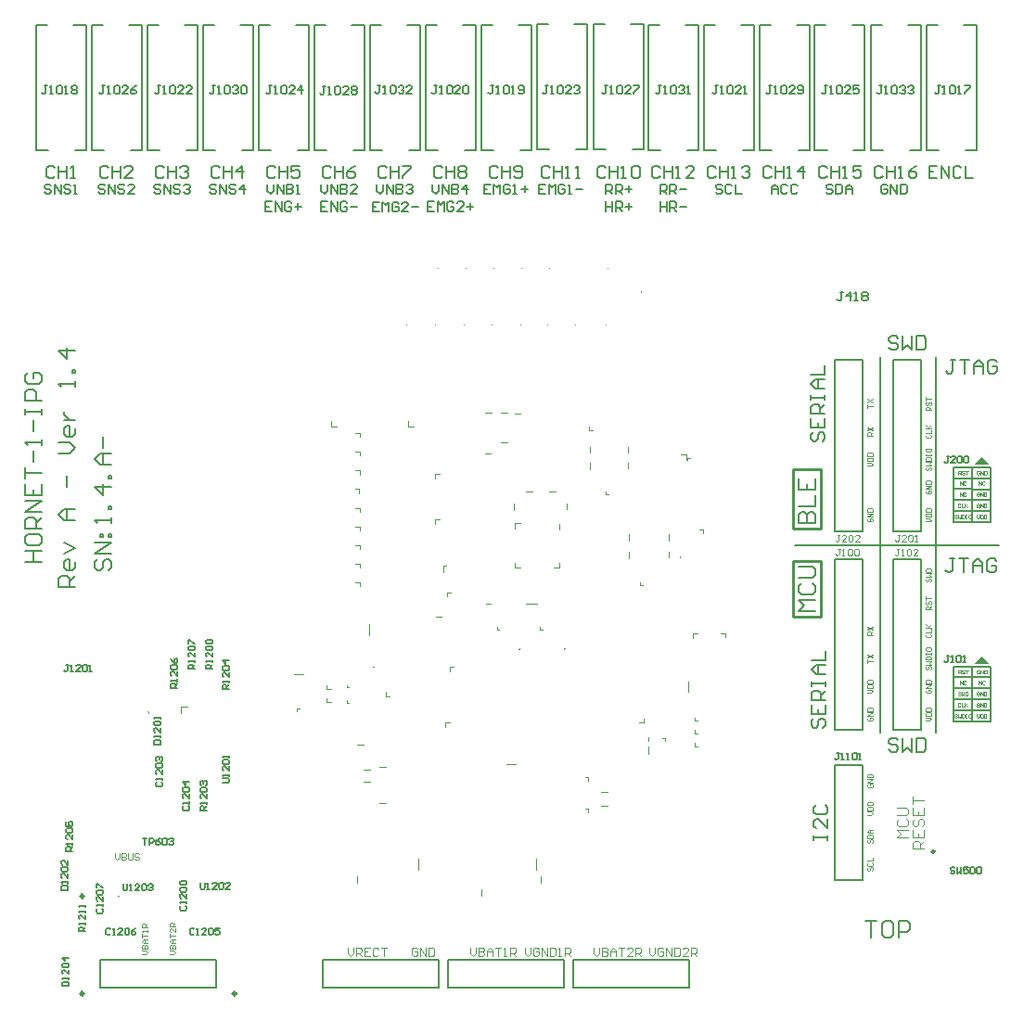
<source format=gto>
G04*
G04 #@! TF.GenerationSoftware,Altium Limited,Altium Designer,24.10.1 (45)*
G04*
G04 Layer_Color=65535*
%FSLAX25Y25*%
%MOIN*%
G70*
G04*
G04 #@! TF.SameCoordinates,083811C0-BB5A-407D-82B1-07892853DE6B*
G04*
G04*
G04 #@! TF.FilePolarity,Positive*
G04*
G01*
G75*
%ADD10C,0.00394*%
%ADD11C,0.00984*%
%ADD12C,0.00591*%
%ADD13C,0.01181*%
%ADD14C,0.00787*%
%ADD15C,0.00197*%
%ADD16C,0.00500*%
%ADD17C,0.00197*%
%ADD18C,0.00400*%
%ADD19C,0.00800*%
%ADD20C,0.00600*%
%ADD21C,0.00300*%
%ADD22C,0.00453*%
G36*
X171000Y86811D02*
X168252Y84063D01*
X173748D01*
X171000Y86811D01*
D02*
G37*
G36*
X171000Y158421D02*
X168252Y155673D01*
X173748D01*
X171000Y158421D01*
D02*
G37*
D10*
X-139029Y742D02*
G03*
X-139029Y742I-197J0D01*
G01*
X-109229Y865D02*
G03*
X-109229Y865I-197J0D01*
G01*
X48600Y217840D02*
G03*
X48600Y217446I0J-197D01*
G01*
D02*
G03*
X48600Y217840I0J197D01*
G01*
X-4994Y206084D02*
G03*
X-4994Y206084I-197J0D01*
G01*
X5640Y226267D02*
G03*
X5640Y226267I-197J0D01*
G01*
X-35544Y226171D02*
G03*
X-35544Y226171I-197J0D01*
G01*
X15740Y226267D02*
G03*
X15740Y226267I-197J0D01*
G01*
X36071Y206081D02*
G03*
X36071Y206081I-197J0D01*
G01*
X25171Y206082D02*
G03*
X25171Y206082I-197J0D01*
G01*
X-24444Y226270D02*
G03*
X-24444Y226270I-197J0D01*
G01*
X-14845Y206084D02*
G03*
X-14845Y206084I-197J0D01*
G01*
X-14344Y226270D02*
G03*
X-14344Y226270I-197J0D01*
G01*
X15271Y206081D02*
G03*
X15271Y206081I-197J0D01*
G01*
X5471Y206082D02*
G03*
X5471Y206082I-197J0D01*
G01*
X36640Y226234D02*
G03*
X36640Y226234I-197J0D01*
G01*
X25840D02*
G03*
X25840Y226234I-197J0D01*
G01*
X-25094Y206084D02*
G03*
X-25094Y206084I-197J0D01*
G01*
X-35494D02*
G03*
X-35494Y206084I-197J0D01*
G01*
X-4344Y226270D02*
G03*
X-4344Y226270I-197J0D01*
G01*
D11*
X153992Y16626D02*
G03*
X153992Y16626I-492J0D01*
G01*
X103032Y132673D02*
Y153950D01*
X113031D01*
Y132673D02*
Y153950D01*
X103032Y132673D02*
X113031D01*
X103032Y121063D02*
X113031D01*
X103032Y101063D02*
Y121063D01*
X113031Y101063D02*
Y121063D01*
X103032Y101063D02*
X113031D01*
D12*
X-128380Y66499D02*
G03*
X-128467Y66491I-65J233D01*
G01*
X62744Y122391D02*
G03*
X62744Y122391I-220J0D01*
G01*
D13*
X-151862Y654D02*
G03*
X-151862Y654I-500J0D01*
G01*
Y-34385D02*
G03*
X-151862Y-34385I-500J0D01*
G01*
X-97138D02*
G03*
X-97138Y-34385I-500J0D01*
G01*
D14*
X-47380Y82948D02*
G03*
X-47380Y82948I-220J0D01*
G01*
X21084Y89567D02*
G03*
X21084Y89567I-220J0D01*
G01*
X5020Y89468D02*
G03*
X5020Y89468I-220J0D01*
G01*
X139016Y193421D02*
X149016D01*
Y131925D02*
Y193421D01*
X139016Y131925D02*
X149016D01*
X139016D02*
Y193421D01*
X128032Y6378D02*
Y47874D01*
X118032D02*
X128032D01*
X118032Y6378D02*
X128032D01*
X118032D02*
Y47874D01*
Y131925D02*
Y193421D01*
Y131925D02*
X128032D01*
Y193421D01*
X118032D02*
X128032D01*
X118032Y121811D02*
X128032D01*
Y60315D02*
Y121811D01*
X118032Y60315D02*
X128032D01*
X118032D02*
Y121811D01*
X-145748Y-22200D02*
X-104252D01*
X-145748Y-32200D02*
Y-22200D01*
X-104252Y-32200D02*
Y-22200D01*
X-145748Y-32200D02*
X-104252D01*
X-20748D02*
X20748D01*
Y-22200D01*
X-20748Y-32200D02*
Y-22200D01*
X20748D01*
X24252Y-32200D02*
X65748D01*
Y-22200D01*
X24252Y-32200D02*
Y-22200D01*
X65748D01*
X-65748Y-32200D02*
X-24252D01*
Y-22200D01*
X-65748Y-32200D02*
Y-22200D01*
X-24252D01*
X139016Y60315D02*
Y121811D01*
Y60315D02*
X149016D01*
Y121811D01*
X139016D02*
X149016D01*
D15*
X-57284Y75787D02*
X-56496D01*
X-57284D02*
Y76575D01*
Y70276D02*
X-56496D01*
X-57284D02*
Y71063D01*
X35827Y144980D02*
Y146063D01*
Y144980D02*
X36909D01*
X48031Y112303D02*
Y113386D01*
Y112303D02*
X49114D01*
X-116890Y66338D02*
Y68846D01*
Y68846D02*
X-114567Y68846D01*
X-21325Y108471D02*
Y109871D01*
X-19859D01*
X67766Y63633D02*
X68750D01*
X67766D02*
Y64893D01*
X-62849Y169455D02*
Y171425D01*
Y169455D02*
X-60879D01*
X15396Y146175D02*
X17650D01*
X17650Y146176D01*
X3129Y118629D02*
Y120598D01*
Y118629D02*
X5098D01*
X19271D02*
Y120598D01*
X17302Y118629D02*
X19271D01*
X3129Y132802D02*
Y134771D01*
X5098D01*
X19271Y132606D02*
Y134574D01*
X7100Y146149D02*
X9338D01*
X65210Y157320D02*
Y158258D01*
X66096D01*
X-20177Y82972D02*
X-18799D01*
X-20177Y81595D02*
Y82972D01*
X29700Y168140D02*
X31200D01*
X29700D02*
Y169508D01*
X12008Y96398D02*
X12992D01*
X12008D02*
Y97382D01*
X78677Y93785D02*
Y94966D01*
X77299D02*
X78677D01*
X-76210Y80600D02*
X-72700D01*
X65551Y74016D02*
Y77756D01*
X-49213Y94488D02*
Y98425D01*
X51181Y56398D02*
Y57815D01*
X57205Y56398D02*
Y57600D01*
X56004D02*
X57205D01*
X62697Y159298D02*
X64665D01*
Y157330D02*
Y159298D01*
X-25591Y150787D02*
Y152362D01*
X-24016D01*
X-21850Y61417D02*
Y63189D01*
X-20079D01*
X3150Y174213D02*
X5118D01*
X-54108Y146949D02*
X-52730D01*
Y145571D02*
Y146949D01*
X-53526Y55276D02*
X-51162D01*
X-75295Y67106D02*
Y68091D01*
X-74035D01*
X-25197Y101181D02*
X-23228D01*
X-35236Y169455D02*
X-33266D01*
X-35236D02*
Y171425D01*
X-22539Y119331D02*
X-21600D01*
X-22539Y117126D02*
Y119331D01*
X-25591Y134401D02*
Y135976D01*
X-24016D01*
X67106Y95098D02*
X68701D01*
X67106Y93307D02*
Y95098D01*
X10900Y10123D02*
Y14060D01*
X1098Y48070D02*
X2615D01*
X114D02*
X1098D01*
X2615D02*
X3600D01*
X-31398Y10123D02*
Y14060D01*
X-45669Y34232D02*
X-43209D01*
X-45689Y47224D02*
X-43209D01*
X-51280Y41760D02*
X-48828D01*
X-51280Y46075D02*
X-48828D01*
X-8800Y674D02*
Y3072D01*
X34252Y38268D02*
X36614D01*
X34252Y32992D02*
X36614D01*
X7087Y105900D02*
X10998D01*
X-7105Y105789D02*
X-5494D01*
X12318Y5398D02*
Y7761D01*
X-53472Y5398D02*
Y7761D01*
X-52658Y112106D02*
Y113484D01*
X-54035D02*
X-52658D01*
X-52657Y125492D02*
Y126870D01*
X-54035D02*
X-52657D01*
X-52658Y158957D02*
Y160335D01*
X-54035D02*
X-52658D01*
X-54035Y167028D02*
X-52658D01*
Y165650D02*
Y167028D01*
X-52657Y118799D02*
Y120177D01*
X-54035D02*
X-52657D01*
X47933Y63091D02*
X49311D01*
Y64469D01*
X28524Y31988D02*
X29508D01*
Y30728D02*
Y31988D01*
X28524Y43500D02*
X29508D01*
Y42146D02*
Y43500D01*
X69390Y132382D02*
X70768D01*
Y131004D02*
Y132382D01*
X67802Y59084D02*
X68786D01*
X67802D02*
Y60344D01*
X67777Y54520D02*
X68761D01*
X67777D02*
Y55780D01*
X-64380Y75197D02*
Y76575D01*
Y75197D02*
X-62992D01*
X-64363Y70472D02*
Y71850D01*
Y70472D02*
X-62992D01*
X-43127Y72598D02*
X-41732D01*
X-43127D02*
Y74016D01*
X-3354Y96398D02*
X-2370D01*
X-3354D02*
Y97382D01*
X51181Y51914D02*
Y54331D01*
X-52658Y152264D02*
Y153642D01*
X-54035D02*
X-52658D01*
Y138878D02*
Y140256D01*
X-54035D02*
X-52658D01*
X-52657Y132185D02*
Y133563D01*
X-54035D02*
X-52657D01*
X44067Y122244D02*
Y124547D01*
X58326Y122352D02*
Y124488D01*
X30268Y154252D02*
Y156400D01*
X43792Y156299D02*
X43800Y154300D01*
X44067Y128600D02*
Y130814D01*
X58326Y130806D02*
X58335Y128600D01*
X30276Y160177D02*
Y162205D01*
X43712Y162205D02*
X43719Y160248D01*
X-1811Y174500D02*
X627D01*
X-1772Y163800D02*
X546D01*
X-7603Y174500D02*
X-5279D01*
X-7520Y159843D02*
X-5366Y159851D01*
D16*
X151000Y268902D02*
X155500D01*
X151000D02*
Y313902D01*
X155000D01*
X164500D02*
X169000D01*
Y268902D02*
Y313902D01*
X165000Y268902D02*
X169000D01*
X131000Y268905D02*
X135500D01*
X131000D02*
Y313905D01*
X135000D01*
X144500D02*
X149000D01*
Y268905D02*
Y313905D01*
X145000Y268905D02*
X149000D01*
X110958D02*
X115458D01*
X110958D02*
Y313905D01*
X114958D01*
X124458D02*
X128958D01*
Y268905D02*
Y313905D01*
X124958Y268905D02*
X128958D01*
X91000Y268901D02*
X95500D01*
X91000D02*
Y313901D01*
X95000D01*
X104500D02*
X109000D01*
Y268901D02*
Y313901D01*
X105000Y268901D02*
X109000D01*
X71000Y268902D02*
X75500D01*
X71000D02*
Y313902D01*
X75000D01*
X84500D02*
X89000D01*
Y268902D02*
Y313902D01*
X85000Y268902D02*
X89000D01*
X51000D02*
X55500D01*
X51000D02*
Y313902D01*
X55000D01*
X64500D02*
X69000D01*
Y268902D02*
Y313902D01*
X65000Y268902D02*
X69000D01*
X45400Y269000D02*
X49400D01*
Y314000D01*
X44900D02*
X49400D01*
X31400D02*
X35400D01*
X31400Y269000D02*
Y314000D01*
Y269000D02*
X35900D01*
X25000D02*
X29000D01*
Y314000D01*
X24500D02*
X29000D01*
X11000D02*
X15000D01*
X11000Y269000D02*
Y314000D01*
Y269000D02*
X15500D01*
X-9000Y268902D02*
X-4500D01*
X-9000D02*
Y313902D01*
X-5000D01*
X4500D02*
X9000D01*
Y268902D02*
Y313902D01*
X5000Y268902D02*
X9000D01*
X-15000D02*
X-11000D01*
Y313902D01*
X-15500D02*
X-11000D01*
X-29000D02*
X-25000D01*
X-29000Y268902D02*
Y313902D01*
Y268902D02*
X-24500D01*
X-49000D02*
X-44500D01*
X-49000D02*
Y313902D01*
X-45000D01*
X-35500D02*
X-31000D01*
Y268902D02*
Y313902D01*
X-35000Y268902D02*
X-31000D01*
X-69000D02*
X-64500D01*
X-69000D02*
Y313902D01*
X-65000D01*
X-55500D02*
X-51000D01*
Y268902D02*
Y313902D01*
X-55000Y268902D02*
X-51000D01*
X-75000D02*
X-71000D01*
Y313902D01*
X-75500D02*
X-71000D01*
X-89000D02*
X-85000D01*
X-89000Y268902D02*
Y313902D01*
Y268902D02*
X-84500D01*
X-95000D02*
X-91000D01*
Y313902D01*
X-95500D02*
X-91000D01*
X-109000D02*
X-105000D01*
X-109000Y268902D02*
Y313902D01*
Y268902D02*
X-104500D01*
X-115000D02*
X-111000D01*
Y313902D01*
X-115500D02*
X-111000D01*
X-129000D02*
X-125000D01*
X-129000Y268902D02*
Y313902D01*
Y268902D02*
X-124500D01*
X-135000D02*
X-131000D01*
Y313902D01*
X-135500D02*
X-131000D01*
X-149000D02*
X-145000D01*
X-149000Y268902D02*
Y313902D01*
Y268902D02*
X-144500D01*
X-155000D02*
X-151000D01*
Y313902D01*
X-155500D02*
X-151000D01*
X-169000D02*
X-165000D01*
X-169000Y268902D02*
Y313902D01*
Y268902D02*
X-164500D01*
X154516Y59305D02*
Y194305D01*
X167475Y146959D02*
X167500Y142964D01*
X160700Y135025D02*
Y138995D01*
Y142964D01*
X160700Y146984D01*
X160700Y150904D02*
X160700Y146984D01*
X167475Y146959D02*
X167475Y150904D01*
X167475Y138995D02*
X167500Y142964D01*
X167475Y138995D02*
X167500Y135025D01*
X160700Y146984D02*
X174300Y146934D01*
X160700Y142964D02*
X174300D01*
X160700Y135025D02*
X174300D01*
X160700Y138995D02*
X174300D01*
X160700Y150904D02*
X174300D01*
Y135025D02*
Y139073D01*
Y143373D01*
Y150773D02*
Y154873D01*
Y146923D02*
X174300Y143373D01*
X174300Y146923D02*
X174300Y150773D01*
X167475Y150904D02*
Y154873D01*
X160700Y150904D02*
Y154873D01*
X167475Y154873D01*
X174300D01*
X134508Y59305D02*
Y194305D01*
X103700Y126819D02*
X177100Y126819D01*
X160700Y67385D02*
X174300D01*
X160700Y63415D02*
X174300D01*
Y67463D01*
X160700Y71354D02*
X174300D01*
X160700Y75374D02*
X174300Y75324D01*
X160700Y79293D02*
X174300D01*
Y67463D02*
Y71763D01*
Y75313D02*
X174300Y71763D01*
X174300Y75313D02*
X174300Y79163D01*
X174300D02*
Y83263D01*
X167475Y83263D02*
X174300D01*
X160700Y83263D02*
X167475Y83263D01*
Y79293D02*
Y83263D01*
Y75349D02*
X167475Y79293D01*
X167475Y75349D02*
X167500Y71354D01*
X167475Y67385D02*
X167500Y71354D01*
X160700Y79293D02*
Y83263D01*
Y79293D02*
X160700Y75374D01*
X160700Y71354D02*
X160700Y75374D01*
X160700Y67385D02*
Y71354D01*
X167475Y67385D02*
X167500Y63415D01*
X160700D02*
Y67385D01*
X161218Y122099D02*
X159552D01*
X160385D01*
Y117934D01*
X159552Y117101D01*
X158719D01*
X157886Y117934D01*
X162884Y122099D02*
X166217D01*
X164550D01*
Y117101D01*
X167883D02*
Y120433D01*
X169549Y122099D01*
X171215Y120433D01*
Y117101D01*
Y119600D01*
X167883D01*
X176213Y121266D02*
X175380Y122099D01*
X173714D01*
X172881Y121266D01*
Y117934D01*
X173714Y117101D01*
X175380D01*
X176213Y117934D01*
Y119600D01*
X174547D01*
X140811Y56774D02*
X139978Y57607D01*
X138312D01*
X137479Y56774D01*
Y55941D01*
X138312Y55108D01*
X139978D01*
X140811Y54275D01*
Y53442D01*
X139978Y52609D01*
X138312D01*
X137479Y53442D01*
X142477Y57607D02*
Y52609D01*
X144143Y54275D01*
X145809Y52609D01*
Y57607D01*
X147475D02*
Y52609D01*
X149975D01*
X150808Y53442D01*
Y56774D01*
X149975Y57607D01*
X147475D01*
X110534Y64532D02*
X109701Y63699D01*
Y62033D01*
X110534Y61200D01*
X111367D01*
X112200Y62033D01*
Y63699D01*
X113033Y64532D01*
X113866D01*
X114699Y63699D01*
Y62033D01*
X113866Y61200D01*
X109701Y69531D02*
Y66198D01*
X114699D01*
Y69531D01*
X112200Y66198D02*
Y67865D01*
X114699Y71197D02*
X109701D01*
Y73696D01*
X110534Y74529D01*
X112200D01*
X113033Y73696D01*
Y71197D01*
Y72863D02*
X114699Y74529D01*
X109701Y76195D02*
Y77861D01*
Y77028D01*
X114699D01*
Y76195D01*
Y77861D01*
Y80361D02*
X111367D01*
X109701Y82027D01*
X111367Y83693D01*
X114699D01*
X112200D01*
Y80361D01*
X109701Y85359D02*
X114699D01*
Y88691D01*
X110461Y167445D02*
X109628Y166612D01*
Y164946D01*
X110461Y164113D01*
X111294D01*
X112127Y164946D01*
Y166612D01*
X112960Y167445D01*
X113793D01*
X114626Y166612D01*
Y164946D01*
X113793Y164113D01*
X109628Y172443D02*
Y169111D01*
X114626D01*
Y172443D01*
X112127Y169111D02*
Y170777D01*
X114626Y174109D02*
X109628D01*
Y176609D01*
X110461Y177442D01*
X112127D01*
X112960Y176609D01*
Y174109D01*
Y175776D02*
X114626Y177442D01*
X109628Y179108D02*
Y180774D01*
Y179941D01*
X114626D01*
Y179108D01*
Y180774D01*
Y183273D02*
X111294D01*
X109628Y184939D01*
X111294Y186605D01*
X114626D01*
X112127D01*
Y183273D01*
X109628Y188272D02*
X114626D01*
Y191604D01*
X154949Y263188D02*
X152063D01*
Y258859D01*
X154949D01*
X152063Y261024D02*
X153506D01*
X156392Y258859D02*
Y263188D01*
X159278Y258859D01*
Y263188D01*
X163608Y262467D02*
X162886Y263188D01*
X161443D01*
X160722Y262467D01*
Y259580D01*
X161443Y258859D01*
X162886D01*
X163608Y259580D01*
X165051Y263188D02*
Y258859D01*
X167937D01*
X135310Y262467D02*
X134588Y263188D01*
X133145D01*
X132424Y262467D01*
Y259580D01*
X133145Y258859D01*
X134588D01*
X135310Y259580D01*
X136753Y263188D02*
Y258859D01*
Y261024D01*
X139639D01*
Y263188D01*
Y258859D01*
X141082D02*
X142525D01*
X141804D01*
Y263188D01*
X141082Y262467D01*
X147576Y263188D02*
X146133Y262467D01*
X144690Y261024D01*
Y259580D01*
X145412Y258859D01*
X146855D01*
X147576Y259580D01*
Y260302D01*
X146855Y261024D01*
X144690D01*
X115310Y262467D02*
X114588Y263188D01*
X113145D01*
X112424Y262467D01*
Y259580D01*
X113145Y258859D01*
X114588D01*
X115310Y259580D01*
X116753Y263188D02*
Y258859D01*
Y261024D01*
X119639D01*
Y263188D01*
Y258859D01*
X121082D02*
X122525D01*
X121804D01*
Y263188D01*
X121082Y262467D01*
X127576Y263188D02*
X124690D01*
Y261024D01*
X126133Y261745D01*
X126855D01*
X127576Y261024D01*
Y259580D01*
X126855Y258859D01*
X125412D01*
X124690Y259580D01*
X95310Y262467D02*
X94588Y263188D01*
X93145D01*
X92424Y262467D01*
Y259580D01*
X93145Y258859D01*
X94588D01*
X95310Y259580D01*
X96753Y263188D02*
Y258859D01*
Y261024D01*
X99639D01*
Y263188D01*
Y258859D01*
X101082D02*
X102525D01*
X101804D01*
Y263188D01*
X101082Y262467D01*
X106855Y258859D02*
Y263188D01*
X104690Y261024D01*
X107576D01*
X75310Y262467D02*
X74588Y263188D01*
X73145D01*
X72424Y262467D01*
Y259580D01*
X73145Y258859D01*
X74588D01*
X75310Y259580D01*
X76753Y263188D02*
Y258859D01*
Y261024D01*
X79639D01*
Y263188D01*
Y258859D01*
X81082D02*
X82525D01*
X81804D01*
Y263188D01*
X81082Y262467D01*
X84690D02*
X85412Y263188D01*
X86855D01*
X87576Y262467D01*
Y261745D01*
X86855Y261024D01*
X86133D01*
X86855D01*
X87576Y260302D01*
Y259580D01*
X86855Y258859D01*
X85412D01*
X84690Y259580D01*
X55310Y262467D02*
X54588Y263188D01*
X53145D01*
X52424Y262467D01*
Y259580D01*
X53145Y258859D01*
X54588D01*
X55310Y259580D01*
X56753Y263188D02*
Y258859D01*
Y261024D01*
X59639D01*
Y263188D01*
Y258859D01*
X61082D02*
X62525D01*
X61804D01*
Y263188D01*
X61082Y262467D01*
X67576Y258859D02*
X64690D01*
X67576Y261745D01*
Y262467D01*
X66855Y263188D01*
X65412D01*
X64690Y262467D01*
X15732D02*
X15010Y263188D01*
X13567D01*
X12845Y262467D01*
Y259580D01*
X13567Y258859D01*
X15010D01*
X15732Y259580D01*
X17175Y263188D02*
Y258859D01*
Y261024D01*
X20061D01*
Y263188D01*
Y258859D01*
X21504D02*
X22947D01*
X22225D01*
Y263188D01*
X21504Y262467D01*
X25112Y258859D02*
X26555D01*
X25833D01*
Y263188D01*
X25112Y262467D01*
X35810D02*
X35088Y263188D01*
X33645D01*
X32924Y262467D01*
Y259580D01*
X33645Y258859D01*
X35088D01*
X35810Y259580D01*
X37253Y263188D02*
Y258859D01*
Y261024D01*
X40139D01*
Y263188D01*
Y258859D01*
X41582D02*
X43025D01*
X42304D01*
Y263188D01*
X41582Y262467D01*
X45190D02*
X45912Y263188D01*
X47355D01*
X48076Y262467D01*
Y259580D01*
X47355Y258859D01*
X45912D01*
X45190Y259580D01*
Y262467D01*
X-2886D02*
X-3608Y263188D01*
X-5051D01*
X-5772Y262467D01*
Y259580D01*
X-5051Y258859D01*
X-3608D01*
X-2886Y259580D01*
X-1443Y263188D02*
Y258859D01*
Y261024D01*
X1443D01*
Y263188D01*
Y258859D01*
X2886Y259580D02*
X3608Y258859D01*
X5051D01*
X5772Y259580D01*
Y262467D01*
X5051Y263188D01*
X3608D01*
X2886Y262467D01*
Y261745D01*
X3608Y261024D01*
X5772D01*
X-22886Y262467D02*
X-23608Y263188D01*
X-25051D01*
X-25772Y262467D01*
Y259580D01*
X-25051Y258859D01*
X-23608D01*
X-22886Y259580D01*
X-21443Y263188D02*
Y258859D01*
Y261024D01*
X-18557D01*
Y263188D01*
Y258859D01*
X-17114Y262467D02*
X-16392Y263188D01*
X-14949D01*
X-14228Y262467D01*
Y261745D01*
X-14949Y261024D01*
X-14228Y260302D01*
Y259580D01*
X-14949Y258859D01*
X-16392D01*
X-17114Y259580D01*
Y260302D01*
X-16392Y261024D01*
X-17114Y261745D01*
Y262467D01*
X-16392Y261024D02*
X-14949D01*
X-42886Y262467D02*
X-43608Y263188D01*
X-45051D01*
X-45772Y262467D01*
Y259580D01*
X-45051Y258859D01*
X-43608D01*
X-42886Y259580D01*
X-41443Y263188D02*
Y258859D01*
Y261024D01*
X-38557D01*
Y263188D01*
Y258859D01*
X-37114Y263188D02*
X-34228D01*
Y262467D01*
X-37114Y259580D01*
Y258859D01*
X-62886Y262467D02*
X-63608Y263188D01*
X-65051D01*
X-65772Y262467D01*
Y259580D01*
X-65051Y258859D01*
X-63608D01*
X-62886Y259580D01*
X-61443Y263188D02*
Y258859D01*
Y261024D01*
X-58557D01*
Y263188D01*
Y258859D01*
X-54228Y263188D02*
X-55671Y262467D01*
X-57114Y261024D01*
Y259580D01*
X-56392Y258859D01*
X-54949D01*
X-54228Y259580D01*
Y260302D01*
X-54949Y261024D01*
X-57114D01*
X-82886Y262467D02*
X-83608Y263188D01*
X-85051D01*
X-85772Y262467D01*
Y259580D01*
X-85051Y258859D01*
X-83608D01*
X-82886Y259580D01*
X-81443Y263188D02*
Y258859D01*
Y261024D01*
X-78557D01*
Y263188D01*
Y258859D01*
X-74228Y263188D02*
X-77114D01*
Y261024D01*
X-75671Y261745D01*
X-74949D01*
X-74228Y261024D01*
Y259580D01*
X-74949Y258859D01*
X-76392D01*
X-77114Y259580D01*
X-102886Y262467D02*
X-103608Y263188D01*
X-105051D01*
X-105772Y262467D01*
Y259580D01*
X-105051Y258859D01*
X-103608D01*
X-102886Y259580D01*
X-101443Y263188D02*
Y258859D01*
Y261024D01*
X-98557D01*
Y263188D01*
Y258859D01*
X-94949D02*
Y263188D01*
X-97114Y261024D01*
X-94228D01*
X-122886Y262467D02*
X-123608Y263188D01*
X-125051D01*
X-125772Y262467D01*
Y259580D01*
X-125051Y258859D01*
X-123608D01*
X-122886Y259580D01*
X-121443Y263188D02*
Y258859D01*
Y261024D01*
X-118557D01*
Y263188D01*
Y258859D01*
X-117114Y262467D02*
X-116392Y263188D01*
X-114949D01*
X-114228Y262467D01*
Y261745D01*
X-114949Y261024D01*
X-115671D01*
X-114949D01*
X-114228Y260302D01*
Y259580D01*
X-114949Y258859D01*
X-116392D01*
X-117114Y259580D01*
X-142886Y262467D02*
X-143608Y263188D01*
X-145051D01*
X-145772Y262467D01*
Y259580D01*
X-145051Y258859D01*
X-143608D01*
X-142886Y259580D01*
X-141443Y263188D02*
Y258859D01*
Y261024D01*
X-138557D01*
Y263188D01*
Y258859D01*
X-134228D02*
X-137114D01*
X-134228Y261745D01*
Y262467D01*
X-134949Y263188D01*
X-136392D01*
X-137114Y262467D01*
X-162165D02*
X-162886Y263188D01*
X-164329D01*
X-165051Y262467D01*
Y259580D01*
X-164329Y258859D01*
X-162886D01*
X-162165Y259580D01*
X-160722Y263188D02*
Y258859D01*
Y261024D01*
X-157835D01*
Y263188D01*
Y258859D01*
X-156392D02*
X-154949D01*
X-155671D01*
Y263188D01*
X-156392Y262467D01*
X-104095Y255966D02*
X-104678Y256549D01*
X-105844D01*
X-106427Y255966D01*
Y255383D01*
X-105844Y254800D01*
X-104678D01*
X-104095Y254217D01*
Y253634D01*
X-104678Y253051D01*
X-105844D01*
X-106427Y253634D01*
X-102928Y253051D02*
Y256549D01*
X-100596Y253051D01*
Y256549D01*
X-97097Y255966D02*
X-97680Y256549D01*
X-98846D01*
X-99429Y255966D01*
Y255383D01*
X-98846Y254800D01*
X-97680D01*
X-97097Y254217D01*
Y253634D01*
X-97680Y253051D01*
X-98846D01*
X-99429Y253634D01*
X-94181Y253051D02*
Y256549D01*
X-95930Y254800D01*
X-93598D01*
X-85844Y256549D02*
Y254217D01*
X-84678Y253051D01*
X-83511Y254217D01*
Y256549D01*
X-82345Y253051D02*
Y256549D01*
X-80013Y253051D01*
Y256549D01*
X-78846D02*
Y253051D01*
X-77097D01*
X-76514Y253634D01*
Y254217D01*
X-77097Y254800D01*
X-78846D01*
X-77097D01*
X-76514Y255383D01*
Y255966D01*
X-77097Y256549D01*
X-78846D01*
X-75347Y253051D02*
X-74181D01*
X-74764D01*
Y256549D01*
X-75347Y255966D01*
X-64107Y250326D02*
X-66440D01*
Y246827D01*
X-64107D01*
X-66440Y248576D02*
X-65273D01*
X-62941Y246827D02*
Y250326D01*
X-60608Y246827D01*
Y250326D01*
X-57109Y249743D02*
X-57692Y250326D01*
X-58859D01*
X-59442Y249743D01*
Y247410D01*
X-58859Y246827D01*
X-57692D01*
X-57109Y247410D01*
Y248576D01*
X-58276D01*
X-55943D02*
X-53610D01*
X-84107Y250326D02*
X-86440D01*
Y246827D01*
X-84107D01*
X-86440Y248576D02*
X-85273D01*
X-82941Y246827D02*
Y250326D01*
X-80608Y246827D01*
Y250326D01*
X-77109Y249743D02*
X-77693Y250326D01*
X-78859D01*
X-79442Y249743D01*
Y247410D01*
X-78859Y246827D01*
X-77693D01*
X-77109Y247410D01*
Y248576D01*
X-78276D01*
X-75943D02*
X-73611D01*
X-74777Y249743D02*
Y247410D01*
X-46427Y256549D02*
Y254217D01*
X-45261Y253051D01*
X-44095Y254217D01*
Y256549D01*
X-42928Y253051D02*
Y256549D01*
X-40596Y253051D01*
Y256549D01*
X-39429D02*
Y253051D01*
X-37680D01*
X-37097Y253634D01*
Y254217D01*
X-37680Y254800D01*
X-39429D01*
X-37680D01*
X-37097Y255383D01*
Y255966D01*
X-37680Y256549D01*
X-39429D01*
X-35930Y255966D02*
X-35347Y256549D01*
X-34181D01*
X-33598Y255966D01*
Y255383D01*
X-34181Y254800D01*
X-34764D01*
X-34181D01*
X-33598Y254217D01*
Y253634D01*
X-34181Y253051D01*
X-35347D01*
X-35930Y253634D01*
X-26427Y256549D02*
Y254217D01*
X-25261Y253051D01*
X-24095Y254217D01*
Y256549D01*
X-22928Y253051D02*
Y256549D01*
X-20596Y253051D01*
Y256549D01*
X-19429D02*
Y253051D01*
X-17680D01*
X-17097Y253634D01*
Y254217D01*
X-17680Y254800D01*
X-19429D01*
X-17680D01*
X-17097Y255383D01*
Y255966D01*
X-17680Y256549D01*
X-19429D01*
X-14181Y253051D02*
Y256549D01*
X-15931Y254800D01*
X-13598D01*
X-66427Y256549D02*
Y254217D01*
X-65261Y253051D01*
X-64095Y254217D01*
Y256549D01*
X-62928Y253051D02*
Y256549D01*
X-60596Y253051D01*
Y256549D01*
X-59429D02*
Y253051D01*
X-57680D01*
X-57097Y253634D01*
Y254217D01*
X-57680Y254800D01*
X-59429D01*
X-57680D01*
X-57097Y255383D01*
Y255966D01*
X-57680Y256549D01*
X-59429D01*
X-53598Y253051D02*
X-55931D01*
X-53598Y255383D01*
Y255966D01*
X-54181Y256549D01*
X-55347D01*
X-55931Y255966D01*
X-163511D02*
X-164095Y256549D01*
X-165261D01*
X-165844Y255966D01*
Y255383D01*
X-165261Y254800D01*
X-164095D01*
X-163511Y254217D01*
Y253634D01*
X-164095Y253051D01*
X-165261D01*
X-165844Y253634D01*
X-162345Y253051D02*
Y256549D01*
X-160013Y253051D01*
Y256549D01*
X-156514Y255966D02*
X-157097Y256549D01*
X-158263D01*
X-158846Y255966D01*
Y255383D01*
X-158263Y254800D01*
X-157097D01*
X-156514Y254217D01*
Y253634D01*
X-157097Y253051D01*
X-158263D01*
X-158846Y253634D01*
X-155347Y253051D02*
X-154181D01*
X-154764D01*
Y256549D01*
X-155347Y255966D01*
X-144095D02*
X-144678Y256549D01*
X-145844D01*
X-146427Y255966D01*
Y255383D01*
X-145844Y254800D01*
X-144678D01*
X-144095Y254217D01*
Y253634D01*
X-144678Y253051D01*
X-145844D01*
X-146427Y253634D01*
X-142928Y253051D02*
Y256549D01*
X-140596Y253051D01*
Y256549D01*
X-137097Y255966D02*
X-137680Y256549D01*
X-138846D01*
X-139429Y255966D01*
Y255383D01*
X-138846Y254800D01*
X-137680D01*
X-137097Y254217D01*
Y253634D01*
X-137680Y253051D01*
X-138846D01*
X-139429Y253634D01*
X-133598Y253051D02*
X-135931D01*
X-133598Y255383D01*
Y255966D01*
X-134181Y256549D01*
X-135347D01*
X-135931Y255966D01*
X-124095D02*
X-124678Y256549D01*
X-125844D01*
X-126427Y255966D01*
Y255383D01*
X-125844Y254800D01*
X-124678D01*
X-124095Y254217D01*
Y253634D01*
X-124678Y253051D01*
X-125844D01*
X-126427Y253634D01*
X-122928Y253051D02*
Y256549D01*
X-120596Y253051D01*
Y256549D01*
X-117097Y255966D02*
X-117680Y256549D01*
X-118846D01*
X-119429Y255966D01*
Y255383D01*
X-118846Y254800D01*
X-117680D01*
X-117097Y254217D01*
Y253634D01*
X-117680Y253051D01*
X-118846D01*
X-119429Y253634D01*
X-115930Y255966D02*
X-115347Y256549D01*
X-114181D01*
X-113598Y255966D01*
Y255383D01*
X-114181Y254800D01*
X-114764D01*
X-114181D01*
X-113598Y254217D01*
Y253634D01*
X-114181Y253051D01*
X-115347D01*
X-115930Y253634D01*
X-25857Y250326D02*
X-28189D01*
Y246827D01*
X-25857D01*
X-28189Y248576D02*
X-27023D01*
X-24690Y246827D02*
Y250326D01*
X-23524Y249160D01*
X-22358Y250326D01*
Y246827D01*
X-18859Y249743D02*
X-19442Y250326D01*
X-20608D01*
X-21192Y249743D01*
Y247410D01*
X-20608Y246827D01*
X-19442D01*
X-18859Y247410D01*
Y248576D01*
X-20025D01*
X-15360Y246827D02*
X-17693D01*
X-15360Y249160D01*
Y249743D01*
X-15943Y250326D01*
X-17109D01*
X-17693Y249743D01*
X-14194Y248576D02*
X-11861D01*
X-13027Y249743D02*
Y247410D01*
X-5552Y256549D02*
X-7885D01*
Y253051D01*
X-5552D01*
X-7885Y254800D02*
X-6719D01*
X-4386Y253051D02*
Y256549D01*
X-3220Y255383D01*
X-2054Y256549D01*
Y253051D01*
X1445Y255966D02*
X862Y256549D01*
X-304D01*
X-887Y255966D01*
Y253634D01*
X-304Y253051D01*
X862D01*
X1445Y253634D01*
Y254800D01*
X279D01*
X2612Y253051D02*
X3778D01*
X3195D01*
Y256549D01*
X2612Y255966D01*
X5527Y254800D02*
X7860D01*
X6694Y255966D02*
Y253634D01*
X-45668Y250137D02*
X-48000D01*
Y246638D01*
X-45668D01*
X-48000Y248388D02*
X-46834D01*
X-44501Y246638D02*
Y250137D01*
X-43335Y248971D01*
X-42169Y250137D01*
Y246638D01*
X-38670Y249554D02*
X-39253Y250137D01*
X-40419D01*
X-41003Y249554D01*
Y247221D01*
X-40419Y246638D01*
X-39253D01*
X-38670Y247221D01*
Y248388D01*
X-39836D01*
X-35171Y246638D02*
X-37504D01*
X-35171Y248971D01*
Y249554D01*
X-35754Y250137D01*
X-36920D01*
X-37504Y249554D01*
X-34005Y248388D02*
X-31672D01*
X35835Y250326D02*
Y246827D01*
Y248576D01*
X38167D01*
Y250326D01*
Y246827D01*
X39334D02*
Y250326D01*
X41083D01*
X41666Y249743D01*
Y248576D01*
X41083Y247993D01*
X39334D01*
X40500D02*
X41666Y246827D01*
X42833Y248576D02*
X45165D01*
X43999Y249743D02*
Y247410D01*
X35835Y253051D02*
Y256549D01*
X37584D01*
X38167Y255966D01*
Y254800D01*
X37584Y254217D01*
X35835D01*
X37001D02*
X38167Y253051D01*
X39334D02*
Y256549D01*
X41083D01*
X41666Y255966D01*
Y254800D01*
X41083Y254217D01*
X39334D01*
X40500D02*
X41666Y253051D01*
X42833Y254800D02*
X45165D01*
X43999Y255966D02*
Y253634D01*
X14160Y256549D02*
X11828D01*
Y253051D01*
X14160D01*
X11828Y254800D02*
X12994D01*
X15326Y253051D02*
Y256549D01*
X16493Y255383D01*
X17659Y256549D01*
Y253051D01*
X21158Y255966D02*
X20575Y256549D01*
X19408D01*
X18825Y255966D01*
Y253634D01*
X19408Y253051D01*
X20575D01*
X21158Y253634D01*
Y254800D01*
X19992D01*
X22324Y253051D02*
X23491D01*
X22907D01*
Y256549D01*
X22324Y255966D01*
X25240Y254800D02*
X27573D01*
X77655Y255966D02*
X77072Y256549D01*
X75905D01*
X75322Y255966D01*
Y255383D01*
X75905Y254800D01*
X77072D01*
X77655Y254217D01*
Y253634D01*
X77072Y253051D01*
X75905D01*
X75322Y253634D01*
X81154Y255966D02*
X80571Y256549D01*
X79404D01*
X78821Y255966D01*
Y253634D01*
X79404Y253051D01*
X80571D01*
X81154Y253634D01*
X82320Y256549D02*
Y253051D01*
X84653D01*
X55322D02*
Y256549D01*
X57072D01*
X57655Y255966D01*
Y254800D01*
X57072Y254217D01*
X55322D01*
X56489D02*
X57655Y253051D01*
X58821D02*
Y256549D01*
X60571D01*
X61154Y255966D01*
Y254800D01*
X60571Y254217D01*
X58821D01*
X59987D02*
X61154Y253051D01*
X62320Y254800D02*
X64653D01*
X55310Y250326D02*
Y246827D01*
Y248576D01*
X57642D01*
Y250326D01*
Y246827D01*
X58809D02*
Y250326D01*
X60558D01*
X61141Y249743D01*
Y248576D01*
X60558Y247993D01*
X58809D01*
X59975D02*
X61141Y246827D01*
X62308Y248576D02*
X64640D01*
X95335Y253051D02*
Y255383D01*
X96501Y256549D01*
X97667Y255383D01*
Y253051D01*
Y254800D01*
X95335D01*
X101166Y255966D02*
X100583Y256549D01*
X99417D01*
X98834Y255966D01*
Y253634D01*
X99417Y253051D01*
X100583D01*
X101166Y253634D01*
X104665Y255966D02*
X104082Y256549D01*
X102916D01*
X102333Y255966D01*
Y253634D01*
X102916Y253051D01*
X104082D01*
X104665Y253634D01*
X137116Y255966D02*
X136533Y256549D01*
X135367D01*
X134784Y255966D01*
Y253634D01*
X135367Y253051D01*
X136533D01*
X137116Y253634D01*
Y254800D01*
X135950D01*
X138282Y253051D02*
Y256549D01*
X140615Y253051D01*
Y256549D01*
X141781D02*
Y253051D01*
X143531D01*
X144114Y253634D01*
Y255966D01*
X143531Y256549D01*
X141781D01*
X117339Y255966D02*
X116756Y256549D01*
X115590D01*
X115006Y255966D01*
Y255383D01*
X115590Y254800D01*
X116756D01*
X117339Y254217D01*
Y253634D01*
X116756Y253051D01*
X115590D01*
X115006Y253634D01*
X118505Y256549D02*
Y253051D01*
X120255D01*
X120838Y253634D01*
Y255966D01*
X120255Y256549D01*
X118505D01*
X122004Y253051D02*
Y255383D01*
X123170Y256549D01*
X124337Y255383D01*
Y253051D01*
Y254800D01*
X122004D01*
X161332Y193460D02*
X159666D01*
X160499D01*
Y189295D01*
X159666Y188461D01*
X158833D01*
X158000Y189295D01*
X162998Y193460D02*
X166331D01*
X164665D01*
Y188461D01*
X167997D02*
Y191794D01*
X169663Y193460D01*
X171329Y191794D01*
Y188461D01*
Y190961D01*
X167997D01*
X176327Y192627D02*
X175494Y193460D01*
X173828D01*
X172995Y192627D01*
Y189295D01*
X173828Y188461D01*
X175494D01*
X176327Y189295D01*
Y190961D01*
X174661D01*
X140932Y201266D02*
X140099Y202099D01*
X138433D01*
X137600Y201266D01*
Y200433D01*
X138433Y199600D01*
X140099D01*
X140932Y198767D01*
Y197934D01*
X140099Y197101D01*
X138433D01*
X137600Y197934D01*
X142598Y202099D02*
Y197101D01*
X144264Y198767D01*
X145931Y197101D01*
Y202099D01*
X147597D02*
Y197101D01*
X150096D01*
X150929Y197934D01*
Y201266D01*
X150096Y202099D01*
X147597D01*
X110532Y20878D02*
Y22544D01*
Y21711D01*
X115531D01*
Y20878D01*
Y22544D01*
Y28376D02*
Y25043D01*
X112198Y28376D01*
X111365D01*
X110532Y27542D01*
Y25876D01*
X111365Y25043D01*
Y33374D02*
X110532Y32541D01*
Y30875D01*
X111365Y30042D01*
X114698D01*
X115531Y30875D01*
Y32541D01*
X114698Y33374D01*
X-151219Y-12023D02*
X-153581D01*
Y-10842D01*
X-153187Y-10449D01*
X-152400D01*
X-152006Y-10842D01*
Y-12023D01*
Y-11236D02*
X-151219Y-10449D01*
Y-9661D02*
Y-8874D01*
Y-9268D01*
X-153581D01*
X-153187Y-9661D01*
X-151219Y-6119D02*
Y-7694D01*
X-152794Y-6119D01*
X-153187D01*
X-153581Y-6513D01*
Y-7300D01*
X-153187Y-7694D01*
X-151219Y-5332D02*
Y-4545D01*
Y-4939D01*
X-153581D01*
X-153187Y-5332D01*
X-151219Y-3364D02*
Y-2577D01*
Y-2971D01*
X-153581D01*
X-153187Y-3364D01*
X-155719Y16787D02*
X-158081D01*
Y17967D01*
X-157687Y18361D01*
X-156900D01*
X-156506Y17967D01*
Y16787D01*
Y17574D02*
X-155719Y18361D01*
Y19148D02*
Y19935D01*
Y19542D01*
X-158081D01*
X-157687Y19148D01*
X-155719Y22690D02*
Y21116D01*
X-157294Y22690D01*
X-157687D01*
X-158081Y22297D01*
Y21510D01*
X-157687Y21116D01*
Y23478D02*
X-158081Y23871D01*
Y24658D01*
X-157687Y25052D01*
X-156113D01*
X-155719Y24658D01*
Y23871D01*
X-156113Y23478D01*
X-157687D01*
X-158081Y27413D02*
Y25839D01*
X-156900D01*
X-157294Y26626D01*
Y27020D01*
X-156900Y27413D01*
X-156113D01*
X-155719Y27020D01*
Y26232D01*
X-156113Y25839D01*
X-146787Y-3839D02*
X-147181Y-4233D01*
Y-5020D01*
X-146787Y-5413D01*
X-145213D01*
X-144819Y-5020D01*
Y-4233D01*
X-145213Y-3839D01*
X-144819Y-3052D02*
Y-2265D01*
Y-2658D01*
X-147181D01*
X-146787Y-3052D01*
X-144819Y490D02*
Y-1084D01*
X-146394Y490D01*
X-146787D01*
X-147181Y97D01*
Y-690D01*
X-146787Y-1084D01*
Y1278D02*
X-147181Y1671D01*
Y2458D01*
X-146787Y2852D01*
X-145213D01*
X-144819Y2458D01*
Y1671D01*
X-145213Y1278D01*
X-146787D01*
X-147181Y3639D02*
Y5213D01*
X-146787D01*
X-145213Y3639D01*
X-144819D01*
X-116787Y-2839D02*
X-117181Y-3232D01*
Y-4020D01*
X-116787Y-4413D01*
X-115213D01*
X-114819Y-4020D01*
Y-3232D01*
X-115213Y-2839D01*
X-114819Y-2052D02*
Y-1265D01*
Y-1658D01*
X-117181D01*
X-116787Y-2052D01*
X-114819Y1490D02*
Y-84D01*
X-116394Y1490D01*
X-116787D01*
X-117181Y1097D01*
Y310D01*
X-116787Y-84D01*
Y2277D02*
X-117181Y2671D01*
Y3458D01*
X-116787Y3852D01*
X-115213D01*
X-114819Y3458D01*
Y2671D01*
X-115213Y2277D01*
X-116787D01*
Y4639D02*
X-117181Y5032D01*
Y5820D01*
X-116787Y6213D01*
X-115213D01*
X-114819Y5820D01*
Y5032D01*
X-115213Y4639D01*
X-116787D01*
X121062Y217874D02*
X120013D01*
X120537D01*
Y215250D01*
X120013Y214726D01*
X119488D01*
X118963Y215250D01*
X123686Y214726D02*
Y217874D01*
X122112Y216300D01*
X124211D01*
X125260Y214726D02*
X126310D01*
X125785D01*
Y217874D01*
X125260Y217350D01*
X127884D02*
X128409Y217874D01*
X129458D01*
X129983Y217350D01*
Y216825D01*
X129458Y216300D01*
X129983Y215775D01*
Y215250D01*
X129458Y214726D01*
X128409D01*
X127884Y215250D01*
Y215775D01*
X128409Y216300D01*
X127884Y216825D01*
Y217350D01*
X128409Y216300D02*
X129458D01*
X-159581Y-31713D02*
X-157219D01*
Y-30533D01*
X-157613Y-30139D01*
X-159187D01*
X-159581Y-30533D01*
Y-31713D01*
X-157219Y-29352D02*
Y-28565D01*
Y-28958D01*
X-159581D01*
X-159187Y-29352D01*
X-157219Y-25810D02*
Y-27384D01*
X-158794Y-25810D01*
X-159187D01*
X-159581Y-26203D01*
Y-26990D01*
X-159187Y-27384D01*
Y-25023D02*
X-159581Y-24629D01*
Y-23842D01*
X-159187Y-23448D01*
X-157613D01*
X-157219Y-23842D01*
Y-24629D01*
X-157613Y-25023D01*
X-159187D01*
X-157219Y-21480D02*
X-159581D01*
X-158400Y-22661D01*
Y-21087D01*
X-159781Y2887D02*
X-157419D01*
Y4067D01*
X-157813Y4461D01*
X-159387D01*
X-159781Y4067D01*
Y2887D01*
X-157419Y5248D02*
Y6035D01*
Y5642D01*
X-159781D01*
X-159387Y5248D01*
X-157419Y8790D02*
Y7216D01*
X-158994Y8790D01*
X-159387D01*
X-159781Y8397D01*
Y7610D01*
X-159387Y7216D01*
Y9578D02*
X-159781Y9971D01*
Y10758D01*
X-159387Y11152D01*
X-157813D01*
X-157419Y10758D01*
Y9971D01*
X-157813Y9578D01*
X-159387D01*
X-157419Y13513D02*
Y11939D01*
X-158994Y13513D01*
X-159387D01*
X-159781Y13120D01*
Y12332D01*
X-159387Y11939D01*
X-99619Y75087D02*
X-101981D01*
Y76267D01*
X-101587Y76661D01*
X-100800D01*
X-100406Y76267D01*
Y75087D01*
Y75874D02*
X-99619Y76661D01*
Y77448D02*
Y78235D01*
Y77842D01*
X-101981D01*
X-101587Y77448D01*
X-99619Y80990D02*
Y79416D01*
X-101194Y80990D01*
X-101587D01*
X-101981Y80597D01*
Y79810D01*
X-101587Y79416D01*
Y81778D02*
X-101981Y82171D01*
Y82958D01*
X-101587Y83352D01*
X-100013D01*
X-99619Y82958D01*
Y82171D01*
X-100013Y81778D01*
X-101587D01*
X-99619Y85320D02*
X-101981D01*
X-100800Y84139D01*
Y85713D01*
X-105519Y82287D02*
X-107881D01*
Y83468D01*
X-107487Y83861D01*
X-106700D01*
X-106306Y83468D01*
Y82287D01*
Y83074D02*
X-105519Y83861D01*
Y84648D02*
Y85435D01*
Y85042D01*
X-107881D01*
X-107487Y84648D01*
X-105519Y88190D02*
Y86616D01*
X-107094Y88190D01*
X-107487D01*
X-107881Y87797D01*
Y87010D01*
X-107487Y86616D01*
Y88977D02*
X-107881Y89371D01*
Y90158D01*
X-107487Y90552D01*
X-105913D01*
X-105519Y90158D01*
Y89371D01*
X-105913Y88977D01*
X-107487D01*
Y91339D02*
X-107881Y91733D01*
Y92520D01*
X-107487Y92913D01*
X-105913D01*
X-105519Y92520D01*
Y91733D01*
X-105913Y91339D01*
X-107487D01*
X-137613Y4981D02*
Y3013D01*
X-137220Y2619D01*
X-136433D01*
X-136039Y3013D01*
Y4981D01*
X-135252Y2619D02*
X-134465D01*
X-134858D01*
Y4981D01*
X-135252Y4587D01*
X-131710Y2619D02*
X-133284D01*
X-131710Y4194D01*
Y4587D01*
X-132103Y4981D01*
X-132890D01*
X-133284Y4587D01*
X-130922D02*
X-130529Y4981D01*
X-129742D01*
X-129348Y4587D01*
Y3013D01*
X-129742Y2619D01*
X-130529D01*
X-130922Y3013D01*
Y4587D01*
X-128561D02*
X-128167Y4981D01*
X-127380D01*
X-126987Y4587D01*
Y4194D01*
X-127380Y3800D01*
X-127774D01*
X-127380D01*
X-126987Y3406D01*
Y3013D01*
X-127380Y2619D01*
X-128167D01*
X-128561Y3013D01*
X-109813Y5581D02*
Y3613D01*
X-109420Y3219D01*
X-108633D01*
X-108239Y3613D01*
Y5581D01*
X-107452Y3219D02*
X-106665D01*
X-107058D01*
Y5581D01*
X-107452Y5187D01*
X-103910Y3219D02*
X-105484D01*
X-103910Y4794D01*
Y5187D01*
X-104303Y5581D01*
X-105090D01*
X-105484Y5187D01*
X-103122D02*
X-102729Y5581D01*
X-101942D01*
X-101548Y5187D01*
Y3613D01*
X-101942Y3219D01*
X-102729D01*
X-103122Y3613D01*
Y5187D01*
X-99187Y3219D02*
X-100761D01*
X-99187Y4794D01*
Y5187D01*
X-99580Y5581D01*
X-100367D01*
X-100761Y5187D01*
X-101881Y41380D02*
X-99913D01*
X-99519Y41774D01*
Y42561D01*
X-99913Y42955D01*
X-101881D01*
X-99519Y43742D02*
Y44529D01*
Y44135D01*
X-101881D01*
X-101487Y43742D01*
X-99519Y47284D02*
Y45710D01*
X-101094Y47284D01*
X-101487D01*
X-101881Y46890D01*
Y46103D01*
X-101487Y45710D01*
Y48071D02*
X-101881Y48465D01*
Y49252D01*
X-101487Y49645D01*
X-99913D01*
X-99519Y49252D01*
Y48465D01*
X-99913Y48071D01*
X-101487D01*
X-99519Y50432D02*
Y51220D01*
Y50826D01*
X-101881D01*
X-101487Y50432D01*
X-111819Y82287D02*
X-114181D01*
Y83468D01*
X-113787Y83861D01*
X-113000D01*
X-112606Y83468D01*
Y82287D01*
Y83074D02*
X-111819Y83861D01*
Y84648D02*
Y85435D01*
Y85042D01*
X-114181D01*
X-113787Y84648D01*
X-111819Y88190D02*
Y86616D01*
X-113394Y88190D01*
X-113787D01*
X-114181Y87797D01*
Y87010D01*
X-113787Y86616D01*
Y88977D02*
X-114181Y89371D01*
Y90158D01*
X-113787Y90552D01*
X-112213D01*
X-111819Y90158D01*
Y89371D01*
X-112213Y88977D01*
X-113787D01*
X-114181Y91339D02*
Y92913D01*
X-113787D01*
X-112213Y91339D01*
X-111819D01*
X-118119Y75487D02*
X-120481D01*
Y76667D01*
X-120087Y77061D01*
X-119300D01*
X-118906Y76667D01*
Y75487D01*
Y76274D02*
X-118119Y77061D01*
Y77848D02*
Y78635D01*
Y78242D01*
X-120481D01*
X-120087Y77848D01*
X-118119Y81390D02*
Y79816D01*
X-119694Y81390D01*
X-120087D01*
X-120481Y80997D01*
Y80210D01*
X-120087Y79816D01*
Y82178D02*
X-120481Y82571D01*
Y83358D01*
X-120087Y83752D01*
X-118513D01*
X-118119Y83358D01*
Y82571D01*
X-118513Y82178D01*
X-120087D01*
X-120481Y86113D02*
X-120087Y85326D01*
X-119300Y84539D01*
X-118513D01*
X-118119Y84933D01*
Y85720D01*
X-118513Y86113D01*
X-118906D01*
X-119300Y85720D01*
Y84539D01*
X-107619Y31387D02*
X-109981D01*
Y32568D01*
X-109587Y32961D01*
X-108800D01*
X-108406Y32568D01*
Y31387D01*
Y32174D02*
X-107619Y32961D01*
Y33748D02*
Y34535D01*
Y34142D01*
X-109981D01*
X-109587Y33748D01*
X-107619Y37290D02*
Y35716D01*
X-109194Y37290D01*
X-109587D01*
X-109981Y36897D01*
Y36110D01*
X-109587Y35716D01*
Y38078D02*
X-109981Y38471D01*
Y39258D01*
X-109587Y39652D01*
X-108013D01*
X-107619Y39258D01*
Y38471D01*
X-108013Y38078D01*
X-109587D01*
Y40439D02*
X-109981Y40832D01*
Y41620D01*
X-109587Y42013D01*
X-109194D01*
X-108800Y41620D01*
Y41226D01*
Y41620D01*
X-108406Y42013D01*
X-108013D01*
X-107619Y41620D01*
Y40832D01*
X-108013Y40439D01*
X-157245Y83881D02*
X-158033D01*
X-157639D01*
Y81913D01*
X-158033Y81519D01*
X-158426D01*
X-158820Y81913D01*
X-156458Y81519D02*
X-155671D01*
X-156065D01*
Y83881D01*
X-156458Y83487D01*
X-152916Y81519D02*
X-154490D01*
X-152916Y83094D01*
Y83487D01*
X-153310Y83881D01*
X-154097D01*
X-154490Y83487D01*
X-152129D02*
X-151735Y83881D01*
X-150948D01*
X-150555Y83487D01*
Y81913D01*
X-150948Y81519D01*
X-151735D01*
X-152129Y81913D01*
Y83487D01*
X-149767Y81519D02*
X-148980D01*
X-149374D01*
Y83881D01*
X-149767Y83487D01*
X119751Y52181D02*
X118964D01*
X119358D01*
Y50213D01*
X118964Y49819D01*
X118571D01*
X118177Y50213D01*
X120539Y49819D02*
X121326D01*
X120932D01*
Y52181D01*
X120539Y51787D01*
X122506Y49819D02*
X123294D01*
X122900D01*
Y52181D01*
X122506Y51787D01*
X124474D02*
X124868Y52181D01*
X125655D01*
X126049Y51787D01*
Y50213D01*
X125655Y49819D01*
X124868D01*
X124474Y50213D01*
Y51787D01*
X126836Y49819D02*
X127623D01*
X127229D01*
Y52181D01*
X126836Y51787D01*
X135137Y291979D02*
X134153D01*
X134645D01*
Y289519D01*
X134153Y289027D01*
X133661D01*
X133169Y289519D01*
X136121Y289027D02*
X137105D01*
X136613D01*
Y291979D01*
X136121Y291487D01*
X138581D02*
X139073Y291979D01*
X140057D01*
X140549Y291487D01*
Y289519D01*
X140057Y289027D01*
X139073D01*
X138581Y289519D01*
Y291487D01*
X141533D02*
X142025Y291979D01*
X143009D01*
X143501Y291487D01*
Y290995D01*
X143009Y290503D01*
X142517D01*
X143009D01*
X143501Y290011D01*
Y289519D01*
X143009Y289027D01*
X142025D01*
X141533Y289519D01*
X144485Y291487D02*
X144977Y291979D01*
X145961D01*
X146453Y291487D01*
Y290995D01*
X145961Y290503D01*
X145469D01*
X145961D01*
X146453Y290011D01*
Y289519D01*
X145961Y289027D01*
X144977D01*
X144485Y289519D01*
X-45074Y292076D02*
X-46058D01*
X-45566D01*
Y289616D01*
X-46058Y289124D01*
X-46550D01*
X-47042Y289616D01*
X-44090Y289124D02*
X-43106D01*
X-43598D01*
Y292076D01*
X-44090Y291584D01*
X-41630D02*
X-41138Y292076D01*
X-40154D01*
X-39662Y291584D01*
Y289616D01*
X-40154Y289124D01*
X-41138D01*
X-41630Y289616D01*
Y291584D01*
X-38678D02*
X-38186Y292076D01*
X-37202D01*
X-36710Y291584D01*
Y291092D01*
X-37202Y290600D01*
X-37694D01*
X-37202D01*
X-36710Y290108D01*
Y289616D01*
X-37202Y289124D01*
X-38186D01*
X-38678Y289616D01*
X-33758Y289124D02*
X-35726D01*
X-33758Y291092D01*
Y291584D01*
X-34250Y292076D01*
X-35234D01*
X-35726Y291584D01*
X55729Y291979D02*
X54745D01*
X55237D01*
Y289519D01*
X54745Y289027D01*
X54253D01*
X53761Y289519D01*
X56713Y289027D02*
X57697D01*
X57205D01*
Y291979D01*
X56713Y291487D01*
X59173D02*
X59665Y291979D01*
X60649D01*
X61141Y291487D01*
Y289519D01*
X60649Y289027D01*
X59665D01*
X59173Y289519D01*
Y291487D01*
X62125D02*
X62617Y291979D01*
X63601D01*
X64093Y291487D01*
Y290995D01*
X63601Y290503D01*
X63109D01*
X63601D01*
X64093Y290011D01*
Y289519D01*
X63601Y289027D01*
X62617D01*
X62125Y289519D01*
X65077Y289027D02*
X66061D01*
X65569D01*
Y291979D01*
X65077Y291487D01*
X-104663Y291979D02*
X-105647D01*
X-105155D01*
Y289519D01*
X-105647Y289027D01*
X-106139D01*
X-106631Y289519D01*
X-103679Y289027D02*
X-102695D01*
X-103187D01*
Y291979D01*
X-103679Y291487D01*
X-101219D02*
X-100727Y291979D01*
X-99743D01*
X-99251Y291487D01*
Y289519D01*
X-99743Y289027D01*
X-100727D01*
X-101219Y289519D01*
Y291487D01*
X-98267D02*
X-97775Y291979D01*
X-96791D01*
X-96299Y291487D01*
Y290995D01*
X-96791Y290503D01*
X-97283D01*
X-96791D01*
X-96299Y290011D01*
Y289519D01*
X-96791Y289027D01*
X-97775D01*
X-98267Y289519D01*
X-95315Y291487D02*
X-94823Y291979D01*
X-93839D01*
X-93347Y291487D01*
Y289519D01*
X-93839Y289027D01*
X-94823D01*
X-95315Y289519D01*
Y291487D01*
X95437Y291979D02*
X94453D01*
X94945D01*
Y289519D01*
X94453Y289027D01*
X93961D01*
X93470Y289519D01*
X96421Y289027D02*
X97405D01*
X96913D01*
Y291979D01*
X96421Y291487D01*
X98881D02*
X99373Y291979D01*
X100357D01*
X100849Y291487D01*
Y289519D01*
X100357Y289027D01*
X99373D01*
X98881Y289519D01*
Y291487D01*
X103801Y289027D02*
X101833D01*
X103801Y290995D01*
Y291487D01*
X103309Y291979D01*
X102325D01*
X101833Y291487D01*
X104785Y289519D02*
X105277Y289027D01*
X106261D01*
X106753Y289519D01*
Y291487D01*
X106261Y291979D01*
X105277D01*
X104785Y291487D01*
Y290995D01*
X105277Y290503D01*
X106753D01*
X-64974Y291876D02*
X-65958D01*
X-65466D01*
Y289416D01*
X-65958Y288924D01*
X-66450D01*
X-66942Y289416D01*
X-63990Y288924D02*
X-63006D01*
X-63498D01*
Y291876D01*
X-63990Y291384D01*
X-61530D02*
X-61038Y291876D01*
X-60054D01*
X-59562Y291384D01*
Y289416D01*
X-60054Y288924D01*
X-61038D01*
X-61530Y289416D01*
Y291384D01*
X-56610Y288924D02*
X-58578D01*
X-56610Y290892D01*
Y291384D01*
X-57102Y291876D01*
X-58086D01*
X-58578Y291384D01*
X-55626D02*
X-55134Y291876D01*
X-54150D01*
X-53658Y291384D01*
Y290892D01*
X-54150Y290400D01*
X-53658Y289908D01*
Y289416D01*
X-54150Y288924D01*
X-55134D01*
X-55626Y289416D01*
Y289908D01*
X-55134Y290400D01*
X-55626Y290892D01*
Y291384D01*
X-55134Y290400D02*
X-54150D01*
X36437Y291979D02*
X35453D01*
X35945D01*
Y289519D01*
X35453Y289027D01*
X34961D01*
X34470Y289519D01*
X37421Y289027D02*
X38405D01*
X37913D01*
Y291979D01*
X37421Y291487D01*
X39881D02*
X40373Y291979D01*
X41357D01*
X41849Y291487D01*
Y289519D01*
X41357Y289027D01*
X40373D01*
X39881Y289519D01*
Y291487D01*
X44801Y289027D02*
X42833D01*
X44801Y290995D01*
Y291487D01*
X44309Y291979D01*
X43325D01*
X42833Y291487D01*
X45785Y291979D02*
X47753D01*
Y291487D01*
X45785Y289519D01*
Y289027D01*
X-144263Y291979D02*
X-145247D01*
X-144755D01*
Y289519D01*
X-145247Y289027D01*
X-145738D01*
X-146230Y289519D01*
X-143279Y289027D02*
X-142295D01*
X-142787D01*
Y291979D01*
X-143279Y291487D01*
X-140819D02*
X-140327Y291979D01*
X-139343D01*
X-138851Y291487D01*
Y289519D01*
X-139343Y289027D01*
X-140327D01*
X-140819Y289519D01*
Y291487D01*
X-135899Y289027D02*
X-137867D01*
X-135899Y290995D01*
Y291487D01*
X-136391Y291979D01*
X-137375D01*
X-137867Y291487D01*
X-132947Y291979D02*
X-133931Y291487D01*
X-134915Y290503D01*
Y289519D01*
X-134423Y289027D01*
X-133439D01*
X-132947Y289519D01*
Y290011D01*
X-133439Y290503D01*
X-134915D01*
X115354Y291979D02*
X114370D01*
X114862D01*
Y289519D01*
X114370Y289027D01*
X113878D01*
X113386Y289519D01*
X116338Y289027D02*
X117322D01*
X116830D01*
Y291979D01*
X116338Y291487D01*
X118798D02*
X119290Y291979D01*
X120274D01*
X120766Y291487D01*
Y289519D01*
X120274Y289027D01*
X119290D01*
X118798Y289519D01*
Y291487D01*
X123717Y289027D02*
X121750D01*
X123717Y290995D01*
Y291487D01*
X123225Y291979D01*
X122241D01*
X121750Y291487D01*
X126669Y291979D02*
X124701D01*
Y290503D01*
X125685Y290995D01*
X126177D01*
X126669Y290503D01*
Y289519D01*
X126177Y289027D01*
X125193D01*
X124701Y289519D01*
X-84263Y291979D02*
X-85247D01*
X-84755D01*
Y289519D01*
X-85247Y289027D01*
X-85738D01*
X-86230Y289519D01*
X-83279Y289027D02*
X-82295D01*
X-82787D01*
Y291979D01*
X-83279Y291487D01*
X-80819D02*
X-80327Y291979D01*
X-79343D01*
X-78851Y291487D01*
Y289519D01*
X-79343Y289027D01*
X-80327D01*
X-80819Y289519D01*
Y291487D01*
X-75899Y289027D02*
X-77867D01*
X-75899Y290995D01*
Y291487D01*
X-76391Y291979D01*
X-77375D01*
X-77867Y291487D01*
X-73439Y289027D02*
Y291979D01*
X-74915Y290503D01*
X-72947D01*
X15037Y291979D02*
X14053D01*
X14545D01*
Y289519D01*
X14053Y289027D01*
X13561D01*
X13070Y289519D01*
X16021Y289027D02*
X17005D01*
X16513D01*
Y291979D01*
X16021Y291487D01*
X18481D02*
X18973Y291979D01*
X19957D01*
X20449Y291487D01*
Y289519D01*
X19957Y289027D01*
X18973D01*
X18481Y289519D01*
Y291487D01*
X23401Y289027D02*
X21433D01*
X23401Y290995D01*
Y291487D01*
X22909Y291979D01*
X21925D01*
X21433Y291487D01*
X24385D02*
X24877Y291979D01*
X25861D01*
X26353Y291487D01*
Y290995D01*
X25861Y290503D01*
X25369D01*
X25861D01*
X26353Y290011D01*
Y289519D01*
X25861Y289027D01*
X24877D01*
X24385Y289519D01*
X-124263Y291979D02*
X-125247D01*
X-124755D01*
Y289519D01*
X-125247Y289027D01*
X-125739D01*
X-126231Y289519D01*
X-123279Y289027D02*
X-122295D01*
X-122787D01*
Y291979D01*
X-123279Y291487D01*
X-120819D02*
X-120327Y291979D01*
X-119343D01*
X-118851Y291487D01*
Y289519D01*
X-119343Y289027D01*
X-120327D01*
X-120819Y289519D01*
Y291487D01*
X-115899Y289027D02*
X-117867D01*
X-115899Y290995D01*
Y291487D01*
X-116391Y291979D01*
X-117375D01*
X-117867Y291487D01*
X-112947Y289027D02*
X-114915D01*
X-112947Y290995D01*
Y291487D01*
X-113439Y291979D01*
X-114423D01*
X-114915Y291487D01*
X76123Y291979D02*
X75139D01*
X75631D01*
Y289519D01*
X75139Y289027D01*
X74647D01*
X74155Y289519D01*
X77107Y289027D02*
X78091D01*
X77599D01*
Y291979D01*
X77107Y291487D01*
X79567D02*
X80059Y291979D01*
X81043D01*
X81535Y291487D01*
Y289519D01*
X81043Y289027D01*
X80059D01*
X79567Y289519D01*
Y291487D01*
X84486Y289027D02*
X82519D01*
X84486Y290995D01*
Y291487D01*
X83994Y291979D01*
X83011D01*
X82519Y291487D01*
X85470Y289027D02*
X86454D01*
X85962D01*
Y291979D01*
X85470Y291487D01*
X-24763Y291979D02*
X-25747D01*
X-25255D01*
Y289519D01*
X-25747Y289027D01*
X-26239D01*
X-26730Y289519D01*
X-23779Y289027D02*
X-22795D01*
X-23287D01*
Y291979D01*
X-23779Y291487D01*
X-21319D02*
X-20827Y291979D01*
X-19843D01*
X-19351Y291487D01*
Y289519D01*
X-19843Y289027D01*
X-20827D01*
X-21319Y289519D01*
Y291487D01*
X-16399Y289027D02*
X-18367D01*
X-16399Y290995D01*
Y291487D01*
X-16891Y291979D01*
X-17875D01*
X-18367Y291487D01*
X-15415D02*
X-14923Y291979D01*
X-13939D01*
X-13447Y291487D01*
Y289519D01*
X-13939Y289027D01*
X-14923D01*
X-15415Y289519D01*
Y291487D01*
X-4417Y291979D02*
X-5401D01*
X-4909D01*
Y289519D01*
X-5401Y289027D01*
X-5893D01*
X-6385Y289519D01*
X-3433Y289027D02*
X-2449D01*
X-2941D01*
Y291979D01*
X-3433Y291487D01*
X-973D02*
X-481Y291979D01*
X503D01*
X995Y291487D01*
Y289519D01*
X503Y289027D01*
X-481D01*
X-973Y289519D01*
Y291487D01*
X1979Y289027D02*
X2963D01*
X2471D01*
Y291979D01*
X1979Y291487D01*
X4439Y289519D02*
X4931Y289027D01*
X5915D01*
X6407Y289519D01*
Y291487D01*
X5915Y291979D01*
X4931D01*
X4439Y291487D01*
Y290995D01*
X4931Y290503D01*
X6407D01*
X-164917Y291979D02*
X-165901D01*
X-165409D01*
Y289519D01*
X-165901Y289027D01*
X-166393D01*
X-166885Y289519D01*
X-163933Y289027D02*
X-162949D01*
X-163441D01*
Y291979D01*
X-163933Y291487D01*
X-161473D02*
X-160981Y291979D01*
X-159997D01*
X-159505Y291487D01*
Y289519D01*
X-159997Y289027D01*
X-160981D01*
X-161473Y289519D01*
Y291487D01*
X-158521Y289027D02*
X-157537D01*
X-158029D01*
Y291979D01*
X-158521Y291487D01*
X-156061D02*
X-155569Y291979D01*
X-154585D01*
X-154093Y291487D01*
Y290995D01*
X-154585Y290503D01*
X-154093Y290011D01*
Y289519D01*
X-154585Y289027D01*
X-155569D01*
X-156061Y289519D01*
Y290011D01*
X-155569Y290503D01*
X-156061Y290995D01*
Y291487D01*
X-155569Y290503D02*
X-154585D01*
X155983Y291979D02*
X154999D01*
X155491D01*
Y289519D01*
X154999Y289027D01*
X154508D01*
X154016Y289519D01*
X156967Y289027D02*
X157951D01*
X157459D01*
Y291979D01*
X156967Y291487D01*
X159427D02*
X159919Y291979D01*
X160903D01*
X161395Y291487D01*
Y289519D01*
X160903Y289027D01*
X159919D01*
X159427Y289519D01*
Y291487D01*
X162379Y289027D02*
X163363D01*
X162871D01*
Y291979D01*
X162379Y291487D01*
X164839Y291979D02*
X166807D01*
Y291487D01*
X164839Y289519D01*
Y289027D01*
X-126623Y55278D02*
X-124261D01*
Y56459D01*
X-124655Y56852D01*
X-126229D01*
X-126623Y56459D01*
Y55278D01*
X-124261Y57639D02*
Y58427D01*
Y58033D01*
X-126623D01*
X-126229Y57639D01*
X-124261Y61182D02*
Y59607D01*
X-125836Y61182D01*
X-126229D01*
X-126623Y60788D01*
Y60001D01*
X-126229Y59607D01*
Y61969D02*
X-126623Y62362D01*
Y63149D01*
X-126229Y63543D01*
X-124655D01*
X-124261Y63149D01*
Y62362D01*
X-124655Y61969D01*
X-126229D01*
X-124261Y64330D02*
Y65117D01*
Y64724D01*
X-126623D01*
X-126229Y64330D01*
X-142139Y-11213D02*
X-142533Y-10819D01*
X-143320D01*
X-143713Y-11213D01*
Y-12787D01*
X-143320Y-13181D01*
X-142533D01*
X-142139Y-12787D01*
X-141352Y-13181D02*
X-140565D01*
X-140958D01*
Y-10819D01*
X-141352Y-11213D01*
X-137810Y-13181D02*
X-139384D01*
X-137810Y-11606D01*
Y-11213D01*
X-138203Y-10819D01*
X-138990D01*
X-139384Y-11213D01*
X-137022D02*
X-136629Y-10819D01*
X-135842D01*
X-135448Y-11213D01*
Y-12787D01*
X-135842Y-13181D01*
X-136629D01*
X-137022Y-12787D01*
Y-11213D01*
X-133087Y-10819D02*
X-133874Y-11213D01*
X-134661Y-12000D01*
Y-12787D01*
X-134267Y-13181D01*
X-133480D01*
X-133087Y-12787D01*
Y-12394D01*
X-133480Y-12000D01*
X-134661D01*
X-112039Y-11213D02*
X-112433Y-10819D01*
X-113220D01*
X-113613Y-11213D01*
Y-12787D01*
X-113220Y-13181D01*
X-112433D01*
X-112039Y-12787D01*
X-111252Y-13181D02*
X-110465D01*
X-110858D01*
Y-10819D01*
X-111252Y-11213D01*
X-107710Y-13181D02*
X-109284D01*
X-107710Y-11606D01*
Y-11213D01*
X-108103Y-10819D01*
X-108890D01*
X-109284Y-11213D01*
X-106922D02*
X-106529Y-10819D01*
X-105742D01*
X-105348Y-11213D01*
Y-12787D01*
X-105742Y-13181D01*
X-106529D01*
X-106922Y-12787D01*
Y-11213D01*
X-102987Y-10819D02*
X-104561D01*
Y-12000D01*
X-103774Y-11606D01*
X-103380D01*
X-102987Y-12000D01*
Y-12787D01*
X-103380Y-13181D01*
X-104167D01*
X-104561Y-12787D01*
X-115887Y33061D02*
X-116281Y32667D01*
Y31880D01*
X-115887Y31487D01*
X-114313D01*
X-113919Y31880D01*
Y32667D01*
X-114313Y33061D01*
X-113919Y33848D02*
Y34635D01*
Y34242D01*
X-116281D01*
X-115887Y33848D01*
X-113919Y37390D02*
Y35816D01*
X-115494Y37390D01*
X-115887D01*
X-116281Y36997D01*
Y36210D01*
X-115887Y35816D01*
Y38177D02*
X-116281Y38571D01*
Y39358D01*
X-115887Y39752D01*
X-114313D01*
X-113919Y39358D01*
Y38571D01*
X-114313Y38177D01*
X-115887D01*
X-113919Y41720D02*
X-116281D01*
X-115100Y40539D01*
Y42113D01*
X-125387Y41661D02*
X-125781Y41267D01*
Y40480D01*
X-125387Y40087D01*
X-123813D01*
X-123419Y40480D01*
Y41267D01*
X-123813Y41661D01*
X-123419Y42448D02*
Y43235D01*
Y42842D01*
X-125781D01*
X-125387Y42448D01*
X-123419Y45990D02*
Y44416D01*
X-124994Y45990D01*
X-125387D01*
X-125781Y45597D01*
Y44810D01*
X-125387Y44416D01*
Y46777D02*
X-125781Y47171D01*
Y47958D01*
X-125387Y48352D01*
X-123813D01*
X-123419Y47958D01*
Y47171D01*
X-123813Y46777D01*
X-125387D01*
Y49139D02*
X-125781Y49532D01*
Y50320D01*
X-125387Y50713D01*
X-124994D01*
X-124600Y50320D01*
Y49926D01*
Y50320D01*
X-124206Y50713D01*
X-123813D01*
X-123419Y50320D01*
Y49532D01*
X-123813Y49139D01*
X-130610Y21481D02*
X-129036D01*
X-129823D01*
Y19119D01*
X-128249D02*
Y21481D01*
X-127068D01*
X-126674Y21087D01*
Y20300D01*
X-127068Y19906D01*
X-128249D01*
X-124313Y21481D02*
X-125100Y21087D01*
X-125887Y20300D01*
Y19513D01*
X-125494Y19119D01*
X-124706D01*
X-124313Y19513D01*
Y19906D01*
X-124706Y20300D01*
X-125887D01*
X-123526Y21087D02*
X-123132Y21481D01*
X-122345D01*
X-121951Y21087D01*
Y19513D01*
X-122345Y19119D01*
X-123132D01*
X-123526Y19513D01*
Y21087D01*
X-121164D02*
X-120771Y21481D01*
X-119983D01*
X-119590Y21087D01*
Y20694D01*
X-119983Y20300D01*
X-120377D01*
X-119983D01*
X-119590Y19906D01*
Y19513D01*
X-119983Y19119D01*
X-120771D01*
X-121164Y19513D01*
X159113Y158907D02*
X158326D01*
X158720D01*
Y156939D01*
X158326Y156545D01*
X157932D01*
X157539Y156939D01*
X161475Y156545D02*
X159900D01*
X161475Y158120D01*
Y158513D01*
X161081Y158907D01*
X160294D01*
X159900Y158513D01*
X162262D02*
X162655Y158907D01*
X163443D01*
X163836Y158513D01*
Y156939D01*
X163443Y156545D01*
X162655D01*
X162262Y156939D01*
Y158513D01*
X164623D02*
X165017Y158907D01*
X165804D01*
X166198Y158513D01*
Y156939D01*
X165804Y156545D01*
X165017D01*
X164623Y156939D01*
Y158513D01*
X159135Y87081D02*
X158348D01*
X158742D01*
Y85113D01*
X158348Y84719D01*
X157955D01*
X157561Y85113D01*
X159923Y84719D02*
X160710D01*
X160316D01*
Y87081D01*
X159923Y86687D01*
X161890D02*
X162284Y87081D01*
X163071D01*
X163465Y86687D01*
Y85113D01*
X163071Y84719D01*
X162284D01*
X161890Y85113D01*
Y86687D01*
X164252Y84719D02*
X165039D01*
X164645D01*
Y87081D01*
X164252Y86687D01*
X161264Y10687D02*
X160871Y11081D01*
X160083D01*
X159690Y10687D01*
Y10294D01*
X160083Y9900D01*
X160871D01*
X161264Y9506D01*
Y9113D01*
X160871Y8719D01*
X160083D01*
X159690Y9113D01*
X162051Y11081D02*
Y8719D01*
X162839Y9506D01*
X163626Y8719D01*
Y11081D01*
X165987D02*
X164413D01*
Y9900D01*
X165200Y10294D01*
X165594D01*
X165987Y9900D01*
Y9113D01*
X165594Y8719D01*
X164806D01*
X164413Y9113D01*
X166774Y10687D02*
X167168Y11081D01*
X167955D01*
X168349Y10687D01*
Y9113D01*
X167955Y8719D01*
X167168D01*
X166774Y9113D01*
Y10687D01*
X169136D02*
X169529Y11081D01*
X170317D01*
X170710Y10687D01*
Y9113D01*
X170317Y8719D01*
X169529D01*
X169136Y9113D01*
Y10687D01*
D17*
X2900Y139600D02*
Y141800D01*
X21900Y139700D02*
Y141800D01*
D18*
X144399Y21794D02*
X140400D01*
X141733Y23127D01*
X140400Y24460D01*
X144399D01*
X141067Y28459D02*
X140400Y27792D01*
Y26460D01*
X141067Y25793D01*
X143732D01*
X144399Y26460D01*
Y27792D01*
X143732Y28459D01*
X140400Y29792D02*
X143732D01*
X144399Y30458D01*
Y31791D01*
X143732Y32458D01*
X140400D01*
X150157Y17796D02*
X146159D01*
Y19795D01*
X146825Y20461D01*
X148158D01*
X148824Y19795D01*
Y17796D01*
Y19129D02*
X150157Y20461D01*
X146159Y24460D02*
Y21794D01*
X150157D01*
Y24460D01*
X148158Y21794D02*
Y23127D01*
X146825Y28459D02*
X146159Y27792D01*
Y26460D01*
X146825Y25793D01*
X147491D01*
X148158Y26460D01*
Y27792D01*
X148824Y28459D01*
X149491D01*
X150157Y27792D01*
Y26460D01*
X149491Y25793D01*
X146159Y32458D02*
Y29792D01*
X150157D01*
Y32458D01*
X148158Y29792D02*
Y31125D01*
X146159Y33790D02*
Y36456D01*
Y35123D01*
X150157D01*
X51503Y-17800D02*
Y-19800D01*
X52502Y-20799D01*
X53502Y-19800D01*
Y-17800D01*
X56501Y-18300D02*
X56001Y-17800D01*
X55002D01*
X54502Y-18300D01*
Y-20300D01*
X55002Y-20799D01*
X56001D01*
X56501Y-20300D01*
Y-19300D01*
X55502D01*
X57501Y-20799D02*
Y-17800D01*
X59500Y-20799D01*
Y-17800D01*
X60500D02*
Y-20799D01*
X61999D01*
X62499Y-20300D01*
Y-18300D01*
X61999Y-17800D01*
X60500D01*
X65498Y-20799D02*
X63499D01*
X65498Y-18800D01*
Y-18300D01*
X64998Y-17800D01*
X63999D01*
X63499Y-18300D01*
X66498Y-20799D02*
Y-17800D01*
X67997D01*
X68497Y-18300D01*
Y-19300D01*
X67997Y-19800D01*
X66498D01*
X67498D02*
X68497Y-20799D01*
X-12924Y-17800D02*
Y-19800D01*
X-11924Y-20799D01*
X-10924Y-19800D01*
Y-17800D01*
X-9925D02*
Y-20799D01*
X-8425D01*
X-7925Y-20300D01*
Y-19800D01*
X-8425Y-19300D01*
X-9925D01*
X-8425D01*
X-7925Y-18800D01*
Y-18300D01*
X-8425Y-17800D01*
X-9925D01*
X-6926Y-20799D02*
Y-18800D01*
X-5926Y-17800D01*
X-4926Y-18800D01*
Y-20799D01*
Y-19300D01*
X-6926D01*
X-3927Y-17800D02*
X-1927D01*
X-2927D01*
Y-20799D01*
X-927D02*
X72D01*
X-428D01*
Y-17800D01*
X-927Y-18300D01*
X1572Y-20799D02*
Y-17800D01*
X3071D01*
X3571Y-18300D01*
Y-19300D01*
X3071Y-19800D01*
X1572D01*
X2571D02*
X3571Y-20799D01*
X6770Y-17800D02*
Y-19800D01*
X7770Y-20799D01*
X8770Y-19800D01*
Y-17800D01*
X11769Y-18300D02*
X11269Y-17800D01*
X10269D01*
X9770Y-18300D01*
Y-20300D01*
X10269Y-20799D01*
X11269D01*
X11769Y-20300D01*
Y-19300D01*
X10769D01*
X12769Y-20799D02*
Y-17800D01*
X14768Y-20799D01*
Y-17800D01*
X15768D02*
Y-20799D01*
X17267D01*
X17767Y-20300D01*
Y-18300D01*
X17267Y-17800D01*
X15768D01*
X18767Y-20799D02*
X19766D01*
X19266D01*
Y-17800D01*
X18767Y-18300D01*
X21266Y-20799D02*
Y-17800D01*
X22765D01*
X23265Y-18300D01*
Y-19300D01*
X22765Y-19800D01*
X21266D01*
X22265D02*
X23265Y-20799D01*
X31503Y-17800D02*
Y-19800D01*
X32502Y-20799D01*
X33502Y-19800D01*
Y-17800D01*
X34502D02*
Y-20799D01*
X36001D01*
X36501Y-20300D01*
Y-19800D01*
X36001Y-19300D01*
X34502D01*
X36001D01*
X36501Y-18800D01*
Y-18300D01*
X36001Y-17800D01*
X34502D01*
X37501Y-20799D02*
Y-18800D01*
X38500Y-17800D01*
X39500Y-18800D01*
Y-20799D01*
Y-19300D01*
X37501D01*
X40500Y-17800D02*
X42499D01*
X41500D01*
Y-20799D01*
X45498D02*
X43499D01*
X45498Y-18800D01*
Y-18300D01*
X44998Y-17800D01*
X43999D01*
X43499Y-18300D01*
X46498Y-20799D02*
Y-17800D01*
X47997D01*
X48497Y-18300D01*
Y-19300D01*
X47997Y-19800D01*
X46498D01*
X47498D02*
X48497Y-20799D01*
X-56980Y-17800D02*
Y-19800D01*
X-55980Y-20799D01*
X-54981Y-19800D01*
Y-17800D01*
X-53981Y-20799D02*
Y-17800D01*
X-52481D01*
X-51982Y-18300D01*
Y-19300D01*
X-52481Y-19800D01*
X-53981D01*
X-52981D02*
X-51982Y-20799D01*
X-48983Y-17800D02*
X-50982D01*
Y-20799D01*
X-48983D01*
X-50982Y-19300D02*
X-49982D01*
X-45984Y-18300D02*
X-46483Y-17800D01*
X-47483D01*
X-47983Y-18300D01*
Y-20300D01*
X-47483Y-20799D01*
X-46483D01*
X-45984Y-20300D01*
X-44984Y-17800D02*
X-42985D01*
X-43984D01*
Y-20799D01*
X-31699Y-18300D02*
X-32199Y-17800D01*
X-33199D01*
X-33699Y-18300D01*
Y-20300D01*
X-33199Y-20799D01*
X-32199D01*
X-31699Y-20300D01*
Y-19300D01*
X-32699D01*
X-30700Y-20799D02*
Y-17800D01*
X-28700Y-20799D01*
Y-17800D01*
X-27701D02*
Y-20799D01*
X-26201D01*
X-25701Y-20300D01*
Y-18300D01*
X-26201Y-17800D01*
X-27701D01*
X-121000Y-20300D02*
X-119667D01*
X-119000Y-19634D01*
X-119667Y-18967D01*
X-121000D01*
Y-18301D02*
X-119000D01*
Y-17301D01*
X-119334Y-16968D01*
X-119667D01*
X-120000Y-17301D01*
Y-18301D01*
Y-17301D01*
X-120333Y-16968D01*
X-120667D01*
X-121000Y-17301D01*
Y-18301D01*
X-119000Y-16301D02*
X-120333D01*
X-121000Y-15635D01*
X-120333Y-14968D01*
X-119000D01*
X-120000D01*
Y-16301D01*
X-121000Y-14302D02*
Y-12969D01*
Y-13635D01*
X-119000D01*
Y-10970D02*
Y-12303D01*
X-120333Y-10970D01*
X-120667D01*
X-121000Y-11303D01*
Y-11969D01*
X-120667Y-12303D01*
X-119000Y-10303D02*
X-121000D01*
Y-9304D01*
X-120667Y-8970D01*
X-120000D01*
X-119667Y-9304D01*
Y-10303D01*
Y-9637D02*
X-119000Y-8970D01*
X-131000Y-20301D02*
X-129667D01*
X-129000Y-19634D01*
X-129667Y-18968D01*
X-131000D01*
Y-18301D02*
X-129000D01*
Y-17302D01*
X-129334Y-16969D01*
X-129667D01*
X-130000Y-17302D01*
Y-18301D01*
Y-17302D01*
X-130333Y-16969D01*
X-130666D01*
X-131000Y-17302D01*
Y-18301D01*
X-129000Y-16302D02*
X-130333D01*
X-131000Y-15636D01*
X-130333Y-14969D01*
X-129000D01*
X-130000D01*
Y-16302D01*
X-131000Y-14303D02*
Y-12970D01*
Y-13636D01*
X-129000D01*
Y-12303D02*
Y-11637D01*
Y-11970D01*
X-131000D01*
X-130666Y-12303D01*
X-129000Y-10637D02*
X-131000D01*
Y-9638D01*
X-130666Y-9304D01*
X-130000D01*
X-129667Y-9638D01*
Y-10637D01*
Y-9971D02*
X-129000Y-9304D01*
X-140545Y16060D02*
Y14486D01*
X-139758Y13698D01*
X-138971Y14486D01*
Y16060D01*
X-138183D02*
Y13698D01*
X-137003D01*
X-136609Y14092D01*
Y14486D01*
X-137003Y14879D01*
X-138183D01*
X-137003D01*
X-136609Y15273D01*
Y15666D01*
X-137003Y16060D01*
X-138183D01*
X-135822D02*
Y14092D01*
X-135429Y13698D01*
X-134641D01*
X-134248Y14092D01*
Y16060D01*
X-131886Y15666D02*
X-132280Y16060D01*
X-133067D01*
X-133461Y15666D01*
Y15273D01*
X-133067Y14879D01*
X-132280D01*
X-131886Y14486D01*
Y14092D01*
X-132280Y13698D01*
X-133067D01*
X-133461Y14092D01*
D19*
X105032Y134677D02*
X111030D01*
Y137676D01*
X110030Y138675D01*
X109030D01*
X108031Y137676D01*
Y134677D01*
Y137676D01*
X107031Y138675D01*
X106031D01*
X105032Y137676D01*
Y134677D01*
Y140675D02*
X111030D01*
Y144673D01*
X105032Y150671D02*
Y146673D01*
X111030D01*
Y150671D01*
X108031Y146673D02*
Y148672D01*
X111030Y103066D02*
X105033D01*
X107032Y105065D01*
X105033Y107064D01*
X111030D01*
X106032Y113062D02*
X105033Y112063D01*
Y110063D01*
X106032Y109064D01*
X110031D01*
X111030Y110063D01*
Y112063D01*
X110031Y113062D01*
X105033Y115062D02*
X110031D01*
X111030Y116061D01*
Y118061D01*
X110031Y119060D01*
X105033D01*
D20*
X-154950Y111800D02*
X-160948D01*
Y114799D01*
X-159948Y115799D01*
X-157949D01*
X-156949Y114799D01*
Y111800D01*
Y113799D02*
X-154950Y115799D01*
Y120797D02*
Y118798D01*
X-155950Y117798D01*
X-157949D01*
X-158949Y118798D01*
Y120797D01*
X-157949Y121797D01*
X-156949D01*
Y117798D01*
X-158949Y123796D02*
X-154950Y125795D01*
X-158949Y127795D01*
X-154950Y135792D02*
X-158949D01*
X-160948Y137792D01*
X-158949Y139791D01*
X-154950D01*
X-157949D01*
Y135792D01*
Y147788D02*
Y151787D01*
X-160948Y159784D02*
X-156949D01*
X-154950Y161784D01*
X-156949Y163783D01*
X-160948D01*
X-154950Y168782D02*
Y166782D01*
X-155950Y165782D01*
X-157949D01*
X-158949Y166782D01*
Y168782D01*
X-157949Y169781D01*
X-156949D01*
Y165782D01*
X-158949Y171781D02*
X-154950D01*
X-156949D01*
X-157949Y172780D01*
X-158949Y173780D01*
Y174780D01*
X-154950Y183777D02*
Y185776D01*
Y184776D01*
X-160948D01*
X-159948Y183777D01*
X-154950Y188775D02*
X-155950D01*
Y189775D01*
X-154950D01*
Y188775D01*
Y196773D02*
X-160948D01*
X-157949Y193773D01*
Y197772D01*
X-172798Y120900D02*
X-166800D01*
X-169799D01*
Y124899D01*
X-172798D01*
X-166800D01*
X-172798Y129897D02*
Y127898D01*
X-171798Y126898D01*
X-167800D01*
X-166800Y127898D01*
Y129897D01*
X-167800Y130897D01*
X-171798D01*
X-172798Y129897D01*
X-166800Y132896D02*
X-172798D01*
Y135895D01*
X-171798Y136895D01*
X-169799D01*
X-168799Y135895D01*
Y132896D01*
Y134896D02*
X-166800Y136895D01*
Y138894D02*
X-172798D01*
X-166800Y142893D01*
X-172798D01*
Y148891D02*
Y144892D01*
X-166800D01*
Y148891D01*
X-169799Y144892D02*
Y146892D01*
X-172798Y150890D02*
Y154889D01*
Y152890D01*
X-166800D01*
X-169799Y156888D02*
Y160887D01*
X-166800Y162886D02*
Y164886D01*
Y163886D01*
X-172798D01*
X-171798Y162886D01*
X-169799Y167885D02*
Y171883D01*
X-172798Y173883D02*
Y175882D01*
Y174882D01*
X-166800D01*
Y173883D01*
Y175882D01*
Y178881D02*
X-172798D01*
Y181880D01*
X-171798Y182880D01*
X-169799D01*
X-168799Y181880D01*
Y178881D01*
X-171798Y188878D02*
X-172798Y187878D01*
Y185879D01*
X-171798Y184879D01*
X-167800D01*
X-166800Y185879D01*
Y187878D01*
X-167800Y188878D01*
X-169799D01*
Y186879D01*
X-146698Y121906D02*
X-147698Y120907D01*
Y118907D01*
X-146698Y117908D01*
X-145699D01*
X-144699Y118907D01*
Y120907D01*
X-143699Y121906D01*
X-142700D01*
X-141700Y120907D01*
Y118907D01*
X-142700Y117908D01*
X-141700Y123906D02*
X-147698D01*
X-141700Y127904D01*
X-147698D01*
X-145699Y129904D02*
Y130904D01*
X-144699D01*
Y129904D01*
X-145699D01*
X-142700D02*
Y130904D01*
X-141700D01*
Y129904D01*
X-142700D01*
X-141700Y134902D02*
Y136902D01*
Y135902D01*
X-147698D01*
X-146698Y134902D01*
X-141700Y139901D02*
X-142700D01*
Y140900D01*
X-141700D01*
Y139901D01*
Y147898D02*
X-147698D01*
X-144699Y144899D01*
Y148898D01*
X-141700Y150897D02*
X-142700D01*
Y151897D01*
X-141700D01*
Y150897D01*
Y155895D02*
X-145699D01*
X-147698Y157895D01*
X-145699Y159894D01*
X-141700D01*
X-144699D01*
Y155895D01*
Y161893D02*
Y165892D01*
X129303Y-8102D02*
X133301D01*
X131302D01*
Y-14100D01*
X138300Y-8102D02*
X136300D01*
X135301Y-9102D01*
Y-13100D01*
X136300Y-14100D01*
X138300D01*
X139299Y-13100D01*
Y-9102D01*
X138300Y-8102D01*
X141299Y-14100D02*
Y-8102D01*
X144298D01*
X145297Y-9102D01*
Y-11101D01*
X144298Y-12101D01*
X141299D01*
D21*
X131706Y166215D02*
X129957D01*
Y167090D01*
X130248Y167382D01*
X130832D01*
X131123Y167090D01*
Y166215D01*
Y166798D02*
X131706Y167382D01*
X129957Y167965D02*
X131706Y169131D01*
X129957D02*
X131706Y167965D01*
X129957Y176007D02*
Y177340D01*
Y176674D01*
X131956D01*
X129957Y178006D02*
X131956Y179339D01*
X129957D02*
X131956Y178006D01*
X151233Y166507D02*
X150941Y166215D01*
Y165632D01*
X151233Y165341D01*
X152399D01*
X152690Y165632D01*
Y166215D01*
X152399Y166507D01*
X150941Y167090D02*
X152690D01*
Y168256D01*
X150941Y168840D02*
X152690D01*
X152107D01*
X150941Y170006D01*
X151816Y169131D01*
X152690Y170006D01*
X150941Y135341D02*
X152107D01*
X152690Y135924D01*
X152107Y136507D01*
X150941D01*
Y137090D02*
X152690D01*
Y137965D01*
X152399Y138256D01*
X151233D01*
X150941Y137965D01*
Y137090D01*
Y138839D02*
X152690D01*
Y139714D01*
X152399Y140006D01*
X151233D01*
X150941Y139714D01*
Y138839D01*
X151233Y146507D02*
X150941Y146215D01*
Y145632D01*
X151233Y145341D01*
X152399D01*
X152690Y145632D01*
Y146215D01*
X152399Y146507D01*
X151816D01*
Y145924D01*
X152690Y147090D02*
X150941D01*
X152690Y148256D01*
X150941D01*
Y148839D02*
X152690D01*
Y149714D01*
X152399Y150006D01*
X151233D01*
X150941Y149714D01*
Y148839D01*
X162042Y137506D02*
X161826Y137723D01*
X161393D01*
X161176Y137506D01*
Y137290D01*
X161393Y137073D01*
X161826D01*
X162042Y136857D01*
Y136640D01*
X161826Y136423D01*
X161393D01*
X161176Y136640D01*
X162476Y137723D02*
Y136423D01*
X162909Y136857D01*
X163342Y136423D01*
Y137723D01*
X163775D02*
Y136423D01*
X164425D01*
X164641Y136640D01*
Y137506D01*
X164425Y137723D01*
X163775D01*
X165075D02*
X165508D01*
X165291D01*
Y136423D01*
X165075D01*
X165508D01*
X166807Y137723D02*
X166374D01*
X166158Y137506D01*
Y136640D01*
X166374Y136423D01*
X166807D01*
X167024Y136640D01*
Y137506D01*
X166807Y137723D01*
X163234Y141506D02*
X163017Y141723D01*
X162584D01*
X162367Y141506D01*
Y140640D01*
X162584Y140423D01*
X163017D01*
X163234Y140640D01*
X163667Y141723D02*
Y140423D01*
X164533D01*
X164966Y141723D02*
Y140423D01*
Y140857D01*
X165833Y141723D01*
X165183Y141073D01*
X165833Y140423D01*
X163117Y144423D02*
Y145723D01*
X163983Y144423D01*
Y145723D01*
X165283Y145506D02*
X165066Y145723D01*
X164633D01*
X164417Y145506D01*
Y144640D01*
X164633Y144423D01*
X165066D01*
X165283Y144640D01*
X163117Y148323D02*
Y149623D01*
X163983Y148323D01*
Y149623D01*
X165283Y149406D02*
X165066Y149623D01*
X164633D01*
X164417Y149406D01*
Y148540D01*
X164633Y148323D01*
X165066D01*
X165283Y148540D01*
X162567Y152223D02*
Y153523D01*
X163217D01*
X163434Y153306D01*
Y152873D01*
X163217Y152657D01*
X162567D01*
X163000D02*
X163434Y152223D01*
X164733Y153306D02*
X164517Y153523D01*
X164083D01*
X163867Y153306D01*
Y153090D01*
X164083Y152873D01*
X164517D01*
X164733Y152657D01*
Y152440D01*
X164517Y152223D01*
X164083D01*
X163867Y152440D01*
X165166Y153523D02*
X166033D01*
X165600D01*
Y152223D01*
X170034Y141406D02*
X169817Y141623D01*
X169384D01*
X169167Y141406D01*
Y140540D01*
X169384Y140323D01*
X169817D01*
X170034Y140540D01*
Y140973D01*
X169600D01*
X170467Y140323D02*
Y141623D01*
X171333Y140323D01*
Y141623D01*
X171766D02*
Y140323D01*
X172416D01*
X172633Y140540D01*
Y141406D01*
X172416Y141623D01*
X171766D01*
X169167Y137623D02*
Y136757D01*
X169600Y136323D01*
X170034Y136757D01*
Y137623D01*
X170467D02*
Y136323D01*
X171117D01*
X171333Y136540D01*
Y137406D01*
X171117Y137623D01*
X170467D01*
X171766D02*
Y136323D01*
X172416D01*
X172633Y136540D01*
Y137406D01*
X172416Y137623D01*
X171766D01*
X170034Y145506D02*
X169817Y145723D01*
X169384D01*
X169167Y145506D01*
Y144640D01*
X169384Y144423D01*
X169817D01*
X170034Y144640D01*
Y145073D01*
X169600D01*
X170467Y144423D02*
Y145723D01*
X171333Y144423D01*
Y145723D01*
X171766D02*
Y144423D01*
X172416D01*
X172633Y144640D01*
Y145506D01*
X172416Y145723D01*
X171766D01*
X169817Y148423D02*
Y149723D01*
X170683Y148423D01*
Y149723D01*
X171983Y149506D02*
X171766Y149723D01*
X171333D01*
X171117Y149506D01*
Y148640D01*
X171333Y148423D01*
X171766D01*
X171983Y148640D01*
X170134Y153306D02*
X169917Y153523D01*
X169484D01*
X169267Y153306D01*
Y152440D01*
X169484Y152223D01*
X169917D01*
X170134Y152440D01*
Y152873D01*
X169700D01*
X170567Y152223D02*
Y153523D01*
X171433Y152223D01*
Y153523D01*
X171866D02*
Y152223D01*
X172516D01*
X172733Y152440D01*
Y153306D01*
X172516Y153523D01*
X171866D01*
X152690Y175341D02*
X150941D01*
Y176215D01*
X151233Y176507D01*
X151816D01*
X152107Y176215D01*
Y175341D01*
Y175924D02*
X152690Y176507D01*
X151233Y178256D02*
X150941Y177965D01*
Y177382D01*
X151233Y177090D01*
X151524D01*
X151816Y177382D01*
Y177965D01*
X152107Y178256D01*
X152399D01*
X152690Y177965D01*
Y177382D01*
X152399Y177090D01*
X150941Y178840D02*
Y180006D01*
Y179423D01*
X152690D01*
X151233Y154903D02*
X150941Y154612D01*
Y154029D01*
X151233Y153737D01*
X151524D01*
X151816Y154029D01*
Y154612D01*
X152107Y154903D01*
X152399D01*
X152690Y154612D01*
Y154029D01*
X152399Y153737D01*
X150941Y155486D02*
X152690D01*
X152107Y156070D01*
X152690Y156653D01*
X150941D01*
Y157236D02*
X152690D01*
Y158111D01*
X152399Y158402D01*
X151233D01*
X150941Y158111D01*
Y157236D01*
Y158985D02*
Y159568D01*
Y159277D01*
X152690D01*
Y158985D01*
Y159568D01*
X150941Y161318D02*
Y160735D01*
X151233Y160443D01*
X152399D01*
X152690Y160735D01*
Y161318D01*
X152399Y161609D01*
X151233D01*
X150941Y161318D01*
X129957Y155341D02*
X131123D01*
X131706Y155924D01*
X131123Y156507D01*
X129957D01*
Y157090D02*
X131706D01*
Y157965D01*
X131415Y158256D01*
X130248D01*
X129957Y157965D01*
Y157090D01*
Y158839D02*
X131706D01*
Y159714D01*
X131415Y160006D01*
X130248D01*
X129957Y159714D01*
Y158839D01*
X130248Y136507D02*
X129957Y136215D01*
Y135632D01*
X130248Y135341D01*
X131415D01*
X131706Y135632D01*
Y136215D01*
X131415Y136507D01*
X130832D01*
Y135924D01*
X131706Y137090D02*
X129957D01*
X131706Y138256D01*
X129957D01*
Y138839D02*
X131706D01*
Y139714D01*
X131415Y140006D01*
X130248D01*
X129957Y139714D01*
Y138839D01*
X130248Y10960D02*
X129957Y10668D01*
Y10085D01*
X130248Y9793D01*
X130540D01*
X130832Y10085D01*
Y10668D01*
X131123Y10960D01*
X131415D01*
X131706Y10668D01*
Y10085D01*
X131415Y9793D01*
X130248Y12709D02*
X129957Y12418D01*
Y11834D01*
X130248Y11543D01*
X131415D01*
X131706Y11834D01*
Y12418D01*
X131415Y12709D01*
X129957Y13292D02*
X131706D01*
Y14459D01*
X130248Y20960D02*
X129957Y20668D01*
Y20085D01*
X130248Y19793D01*
X130540D01*
X130832Y20085D01*
Y20668D01*
X131123Y20960D01*
X131415D01*
X131706Y20668D01*
Y20085D01*
X131415Y19793D01*
X129957Y21543D02*
X131706D01*
Y22418D01*
X131415Y22709D01*
X130248D01*
X129957Y22418D01*
Y21543D01*
X131706Y23292D02*
X130540D01*
X129957Y23875D01*
X130540Y24459D01*
X131706D01*
X130832D01*
Y23292D01*
X129957Y29793D02*
X131123D01*
X131706Y30376D01*
X131123Y30960D01*
X129957D01*
Y31543D02*
X131706D01*
Y32418D01*
X131415Y32709D01*
X130248D01*
X129957Y32418D01*
Y31543D01*
Y33292D02*
X131706D01*
Y34167D01*
X131415Y34459D01*
X130248D01*
X129957Y34167D01*
Y33292D01*
X130248Y40960D02*
X129957Y40668D01*
Y40085D01*
X130248Y39793D01*
X131415D01*
X131706Y40085D01*
Y40668D01*
X131415Y40960D01*
X130832D01*
Y40376D01*
X131706Y41543D02*
X129957D01*
X131706Y42709D01*
X129957D01*
Y43292D02*
X131706D01*
Y44167D01*
X131415Y44459D01*
X130248D01*
X129957Y44167D01*
Y43292D01*
X151233Y74897D02*
X150941Y74605D01*
Y74022D01*
X151233Y73730D01*
X152399D01*
X152690Y74022D01*
Y74605D01*
X152399Y74897D01*
X151816D01*
Y74314D01*
X152690Y75480D02*
X150941D01*
X152690Y76646D01*
X150941D01*
Y77229D02*
X152690D01*
Y78104D01*
X152399Y78396D01*
X151233D01*
X150941Y78104D01*
Y77229D01*
X130248Y64897D02*
X129957Y64605D01*
Y64022D01*
X130248Y63730D01*
X131415D01*
X131706Y64022D01*
Y64605D01*
X131415Y64897D01*
X130832D01*
Y64314D01*
X131706Y65480D02*
X129957D01*
X131706Y66646D01*
X129957D01*
Y67229D02*
X131706D01*
Y68104D01*
X131415Y68396D01*
X130248D01*
X129957Y68104D01*
Y67229D01*
X150941Y63730D02*
X152107D01*
X152690Y64314D01*
X152107Y64897D01*
X150941D01*
Y65480D02*
X152690D01*
Y66355D01*
X152399Y66646D01*
X151233D01*
X150941Y66355D01*
Y65480D01*
Y67229D02*
X152690D01*
Y68104D01*
X152399Y68396D01*
X151233D01*
X150941Y68104D01*
Y67229D01*
X151233Y83293D02*
X150941Y83002D01*
Y82418D01*
X151233Y82127D01*
X151524D01*
X151816Y82418D01*
Y83002D01*
X152107Y83293D01*
X152399D01*
X152690Y83002D01*
Y82418D01*
X152399Y82127D01*
X150941Y83876D02*
X152690D01*
X152107Y84459D01*
X152690Y85043D01*
X150941D01*
Y85626D02*
X152690D01*
Y86500D01*
X152399Y86792D01*
X151233D01*
X150941Y86500D01*
Y85626D01*
Y87375D02*
Y87958D01*
Y87667D01*
X152690D01*
Y87375D01*
Y87958D01*
X150941Y89708D02*
Y89125D01*
X151233Y88833D01*
X152399D01*
X152690Y89125D01*
Y89708D01*
X152399Y89999D01*
X151233D01*
X150941Y89708D01*
X129957Y73730D02*
X131123D01*
X131706Y74314D01*
X131123Y74897D01*
X129957D01*
Y75480D02*
X131706D01*
Y76355D01*
X131415Y76646D01*
X130248D01*
X129957Y76355D01*
Y75480D01*
Y77229D02*
X131706D01*
Y78104D01*
X131415Y78396D01*
X130248D01*
X129957Y78104D01*
Y77229D01*
X129957Y84605D02*
Y85771D01*
Y85188D01*
X131706D01*
X129957Y86355D02*
X131706Y87521D01*
X129957D02*
X131706Y86355D01*
Y94605D02*
X129957D01*
Y95480D01*
X130248Y95771D01*
X130832D01*
X131123Y95480D01*
Y94605D01*
Y95188D02*
X131706Y95771D01*
X129957Y96355D02*
X131706Y97521D01*
X129957D02*
X131706Y96355D01*
X151233Y94897D02*
X150941Y94605D01*
Y94022D01*
X151233Y93730D01*
X152399D01*
X152690Y94022D01*
Y94605D01*
X152399Y94897D01*
X150941Y95480D02*
X152690D01*
Y96646D01*
X150941Y97229D02*
X152690D01*
X152107D01*
X150941Y98396D01*
X151816Y97521D01*
X152690Y98396D01*
Y103730D02*
X150941D01*
Y104605D01*
X151233Y104897D01*
X151816D01*
X152107Y104605D01*
Y103730D01*
Y104314D02*
X152690Y104897D01*
X151233Y106646D02*
X150941Y106355D01*
Y105771D01*
X151233Y105480D01*
X151524D01*
X151816Y105771D01*
Y106355D01*
X152107Y106646D01*
X152399D01*
X152690Y106355D01*
Y105771D01*
X152399Y105480D01*
X150941Y107229D02*
Y108396D01*
Y107812D01*
X152690D01*
X151233Y114897D02*
X150941Y114605D01*
Y114022D01*
X151233Y113730D01*
X151524D01*
X151816Y114022D01*
Y114605D01*
X152107Y114897D01*
X152399D01*
X152690Y114605D01*
Y114022D01*
X152399Y113730D01*
X150941Y115480D02*
X152690D01*
X152107Y116063D01*
X152690Y116646D01*
X150941D01*
Y118104D02*
Y117521D01*
X151233Y117229D01*
X152399D01*
X152690Y117521D01*
Y118104D01*
X152399Y118396D01*
X151233D01*
X150941Y118104D01*
X169167Y66013D02*
Y65146D01*
X169600Y64713D01*
X170034Y65146D01*
Y66013D01*
X170467D02*
Y64713D01*
X171117D01*
X171333Y64930D01*
Y65796D01*
X171117Y66013D01*
X170467D01*
X171766D02*
Y64713D01*
X172416D01*
X172633Y64930D01*
Y65796D01*
X172416Y66013D01*
X171766D01*
X170034Y69796D02*
X169817Y70013D01*
X169384D01*
X169167Y69796D01*
Y68930D01*
X169384Y68713D01*
X169817D01*
X170034Y68930D01*
Y69363D01*
X169600D01*
X170467Y68713D02*
Y70013D01*
X171333Y68713D01*
Y70013D01*
X171766D02*
Y68713D01*
X172416D01*
X172633Y68930D01*
Y69796D01*
X172416Y70013D01*
X171766D01*
X163234Y69896D02*
X163017Y70113D01*
X162584D01*
X162367Y69896D01*
Y69030D01*
X162584Y68813D01*
X163017D01*
X163234Y69030D01*
X163667Y70113D02*
Y68813D01*
X164533D01*
X164966Y70113D02*
Y68813D01*
Y69246D01*
X165833Y70113D01*
X165183Y69463D01*
X165833Y68813D01*
X163334Y73896D02*
X163117Y74113D01*
X162684D01*
X162467Y73896D01*
Y73680D01*
X162684Y73463D01*
X163117D01*
X163334Y73246D01*
Y73030D01*
X163117Y72813D01*
X162684D01*
X162467Y73030D01*
X163767Y74113D02*
Y72813D01*
X164200Y73246D01*
X164633Y72813D01*
Y74113D01*
X165716D02*
X165283D01*
X165066Y73896D01*
Y73030D01*
X165283Y72813D01*
X165716D01*
X165933Y73030D01*
Y73896D01*
X165716Y74113D01*
X170034Y73896D02*
X169817Y74113D01*
X169384D01*
X169167Y73896D01*
Y73030D01*
X169384Y72813D01*
X169817D01*
X170034Y73030D01*
Y73463D01*
X169600D01*
X170467Y72813D02*
Y74113D01*
X171333Y72813D01*
Y74113D01*
X171766D02*
Y72813D01*
X172416D01*
X172633Y73030D01*
Y73896D01*
X172416Y74113D01*
X171766D01*
X169817Y76813D02*
Y78113D01*
X170683Y76813D01*
Y78113D01*
X171983Y77896D02*
X171766Y78113D01*
X171333D01*
X171117Y77896D01*
Y77030D01*
X171333Y76813D01*
X171766D01*
X171983Y77030D01*
X163117Y76713D02*
Y78013D01*
X163983Y76713D01*
Y78013D01*
X165283Y77796D02*
X165066Y78013D01*
X164633D01*
X164417Y77796D01*
Y76930D01*
X164633Y76713D01*
X165066D01*
X165283Y76930D01*
X162567Y80613D02*
Y81913D01*
X163217D01*
X163434Y81696D01*
Y81263D01*
X163217Y81046D01*
X162567D01*
X163000D02*
X163434Y80613D01*
X164733Y81696D02*
X164517Y81913D01*
X164083D01*
X163867Y81696D01*
Y81480D01*
X164083Y81263D01*
X164517D01*
X164733Y81046D01*
Y80830D01*
X164517Y80613D01*
X164083D01*
X163867Y80830D01*
X165166Y81913D02*
X166033D01*
X165600D01*
Y80613D01*
X170134Y81696D02*
X169917Y81913D01*
X169484D01*
X169267Y81696D01*
Y80830D01*
X169484Y80613D01*
X169917D01*
X170134Y80830D01*
Y81263D01*
X169700D01*
X170567Y80613D02*
Y81913D01*
X171433Y80613D01*
Y81913D01*
X171866D02*
Y80613D01*
X172516D01*
X172733Y80830D01*
Y81696D01*
X172516Y81913D01*
X171866D01*
X162042Y65896D02*
X161826Y66113D01*
X161393D01*
X161176Y65896D01*
Y65680D01*
X161393Y65463D01*
X161826D01*
X162042Y65246D01*
Y65030D01*
X161826Y64813D01*
X161393D01*
X161176Y65030D01*
X162476Y66113D02*
Y64813D01*
X162909Y65246D01*
X163342Y64813D01*
Y66113D01*
X163775D02*
Y64813D01*
X164425D01*
X164641Y65030D01*
Y65896D01*
X164425Y66113D01*
X163775D01*
X165075D02*
X165508D01*
X165291D01*
Y64813D01*
X165075D01*
X165508D01*
X166807Y66113D02*
X166374D01*
X166158Y65896D01*
Y65030D01*
X166374Y64813D01*
X166807D01*
X167024Y65030D01*
Y65896D01*
X166807Y66113D01*
D22*
X141439Y130581D02*
X140651D01*
X141045D01*
Y128613D01*
X140651Y128219D01*
X140258D01*
X139864Y128613D01*
X143800Y128219D02*
X142226D01*
X143800Y129794D01*
Y130187D01*
X143406Y130581D01*
X142619D01*
X142226Y130187D01*
X144587D02*
X144981Y130581D01*
X145768D01*
X146161Y130187D01*
Y128613D01*
X145768Y128219D01*
X144981D01*
X144587Y128613D01*
Y130187D01*
X146949Y128219D02*
X147736D01*
X147342D01*
Y130581D01*
X146949Y130187D01*
X120042Y125581D02*
X119255D01*
X119648D01*
Y123613D01*
X119255Y123219D01*
X118861D01*
X118467Y123613D01*
X120829Y123219D02*
X121616D01*
X121222D01*
Y125581D01*
X120829Y125187D01*
X122797D02*
X123190Y125581D01*
X123977D01*
X124371Y125187D01*
Y123613D01*
X123977Y123219D01*
X123190D01*
X122797Y123613D01*
Y125187D01*
X125158D02*
X125552Y125581D01*
X126339D01*
X126733Y125187D01*
Y123613D01*
X126339Y123219D01*
X125552D01*
X125158Y123613D01*
Y125187D01*
X141272Y125559D02*
X140485D01*
X140879D01*
Y123591D01*
X140485Y123197D01*
X140092D01*
X139698Y123591D01*
X142060Y123197D02*
X142847D01*
X142453D01*
Y125559D01*
X142060Y125165D01*
X144027D02*
X144421Y125559D01*
X145208D01*
X145602Y125165D01*
Y123591D01*
X145208Y123197D01*
X144421D01*
X144027Y123591D01*
Y125165D01*
X147963Y123197D02*
X146389D01*
X147963Y124772D01*
Y125165D01*
X147570Y125559D01*
X146782D01*
X146389Y125165D01*
X119914Y130460D02*
X119127D01*
X119520D01*
Y128492D01*
X119127Y128098D01*
X118733D01*
X118340Y128492D01*
X122275Y128098D02*
X120701D01*
X122275Y129673D01*
Y130066D01*
X121882Y130460D01*
X121095D01*
X120701Y130066D01*
X123063D02*
X123456Y130460D01*
X124243D01*
X124637Y130066D01*
Y128492D01*
X124243Y128098D01*
X123456D01*
X123063Y128492D01*
Y130066D01*
X126998Y128098D02*
X125424D01*
X126998Y129673D01*
Y130066D01*
X126605Y130460D01*
X125818D01*
X125424Y130066D01*
M02*

</source>
